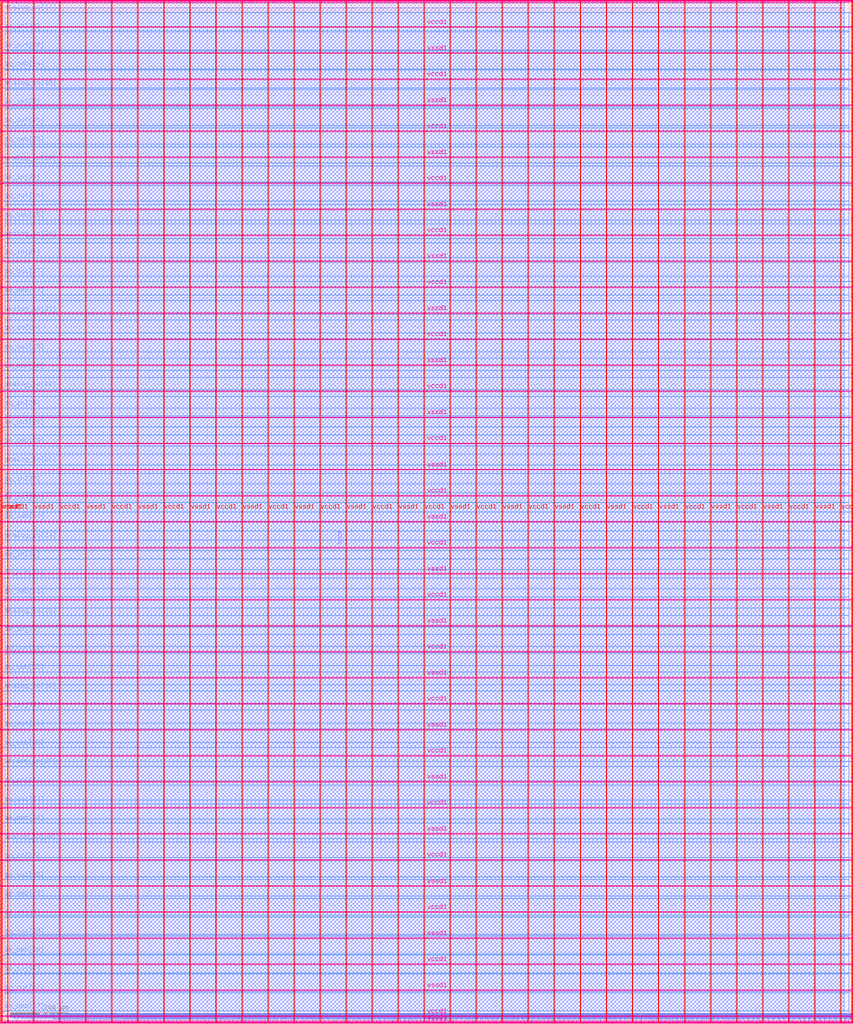
<source format=lef>
VERSION 5.7 ;
  NOWIREEXTENSIONATPIN ON ;
  DIVIDERCHAR "/" ;
  BUSBITCHARS "[]" ;
MACRO user_project_wrapper
  CLASS BLOCK ;
  FOREIGN user_project_wrapper ;
  ORIGIN 0.000 0.000 ;
  SIZE 2920.000 BY 3520.000 ;
  PIN analog_io[0]
    DIRECTION INOUT ;
    USE SIGNAL ;
    PORT
      LAYER met3 ;
        RECT 2917.600 1426.380 2924.800 1427.580 ;
    END
  END analog_io[0]
  PIN analog_io[10]
    DIRECTION INOUT ;
    USE SIGNAL ;
    PORT
      LAYER met2 ;
        RECT 2230.490 3517.600 2231.050 3524.800 ;
    END
  END analog_io[10]
  PIN analog_io[11]
    DIRECTION INOUT ;
    USE SIGNAL ;
    PORT
      LAYER met2 ;
        RECT 1905.730 3517.600 1906.290 3524.800 ;
    END
  END analog_io[11]
  PIN analog_io[12]
    DIRECTION INOUT ;
    USE SIGNAL ;
    PORT
      LAYER met2 ;
        RECT 1581.430 3517.600 1581.990 3524.800 ;
    END
  END analog_io[12]
  PIN analog_io[13]
    DIRECTION INOUT ;
    USE SIGNAL ;
    PORT
      LAYER met2 ;
        RECT 1257.130 3517.600 1257.690 3524.800 ;
    END
  END analog_io[13]
  PIN analog_io[14]
    DIRECTION INOUT ;
    USE SIGNAL ;
    PORT
      LAYER met2 ;
        RECT 932.370 3517.600 932.930 3524.800 ;
    END
  END analog_io[14]
  PIN analog_io[15]
    DIRECTION INOUT ;
    USE SIGNAL ;
    PORT
      LAYER met2 ;
        RECT 608.070 3517.600 608.630 3524.800 ;
    END
  END analog_io[15]
  PIN analog_io[16]
    DIRECTION INOUT ;
    USE SIGNAL ;
    PORT
      LAYER met2 ;
        RECT 283.770 3517.600 284.330 3524.800 ;
    END
  END analog_io[16]
  PIN analog_io[17]
    DIRECTION INOUT ;
    USE SIGNAL ;
    PORT
      LAYER met3 ;
        RECT -4.800 3486.100 2.400 3487.300 ;
    END
  END analog_io[17]
  PIN analog_io[18]
    DIRECTION INOUT ;
    USE SIGNAL ;
    PORT
      LAYER met3 ;
        RECT -4.800 3224.980 2.400 3226.180 ;
    END
  END analog_io[18]
  PIN analog_io[19]
    DIRECTION INOUT ;
    USE SIGNAL ;
    PORT
      LAYER met3 ;
        RECT -4.800 2964.540 2.400 2965.740 ;
    END
  END analog_io[19]
  PIN analog_io[1]
    DIRECTION INOUT ;
    USE SIGNAL ;
    PORT
      LAYER met3 ;
        RECT 2917.600 1692.260 2924.800 1693.460 ;
    END
  END analog_io[1]
  PIN analog_io[20]
    DIRECTION INOUT ;
    USE SIGNAL ;
    PORT
      LAYER met3 ;
        RECT -4.800 2703.420 2.400 2704.620 ;
    END
  END analog_io[20]
  PIN analog_io[21]
    DIRECTION INOUT ;
    USE SIGNAL ;
    PORT
      LAYER met3 ;
        RECT -4.800 2442.980 2.400 2444.180 ;
    END
  END analog_io[21]
  PIN analog_io[22]
    DIRECTION INOUT ;
    USE SIGNAL ;
    PORT
      LAYER met3 ;
        RECT -4.800 2182.540 2.400 2183.740 ;
    END
  END analog_io[22]
  PIN analog_io[23]
    DIRECTION INOUT ;
    USE SIGNAL ;
    PORT
      LAYER met3 ;
        RECT -4.800 1921.420 2.400 1922.620 ;
    END
  END analog_io[23]
  PIN analog_io[24]
    DIRECTION INOUT ;
    USE SIGNAL ;
    PORT
      LAYER met3 ;
        RECT -4.800 1660.980 2.400 1662.180 ;
    END
  END analog_io[24]
  PIN analog_io[25]
    DIRECTION INOUT ;
    USE SIGNAL ;
    PORT
      LAYER met3 ;
        RECT -4.800 1399.860 2.400 1401.060 ;
    END
  END analog_io[25]
  PIN analog_io[26]
    DIRECTION INOUT ;
    USE SIGNAL ;
    PORT
      LAYER met3 ;
        RECT -4.800 1139.420 2.400 1140.620 ;
    END
  END analog_io[26]
  PIN analog_io[27]
    DIRECTION INOUT ;
    USE SIGNAL ;
    PORT
      LAYER met3 ;
        RECT -4.800 878.980 2.400 880.180 ;
    END
  END analog_io[27]
  PIN analog_io[28]
    DIRECTION INOUT ;
    USE SIGNAL ;
    PORT
      LAYER met3 ;
        RECT -4.800 617.860 2.400 619.060 ;
    END
  END analog_io[28]
  PIN analog_io[2]
    DIRECTION INOUT ;
    USE SIGNAL ;
    PORT
      LAYER met3 ;
        RECT 2917.600 1958.140 2924.800 1959.340 ;
    END
  END analog_io[2]
  PIN analog_io[3]
    DIRECTION INOUT ;
    USE SIGNAL ;
    PORT
      LAYER met3 ;
        RECT 2917.600 2223.340 2924.800 2224.540 ;
    END
  END analog_io[3]
  PIN analog_io[4]
    DIRECTION INOUT ;
    USE SIGNAL ;
    PORT
      LAYER met3 ;
        RECT 2917.600 2489.220 2924.800 2490.420 ;
    END
  END analog_io[4]
  PIN analog_io[5]
    DIRECTION INOUT ;
    USE SIGNAL ;
    PORT
      LAYER met3 ;
        RECT 2917.600 2755.100 2924.800 2756.300 ;
    END
  END analog_io[5]
  PIN analog_io[6]
    DIRECTION INOUT ;
    USE SIGNAL ;
    PORT
      LAYER met3 ;
        RECT 2917.600 3020.300 2924.800 3021.500 ;
    END
  END analog_io[6]
  PIN analog_io[7]
    DIRECTION INOUT ;
    USE SIGNAL ;
    PORT
      LAYER met3 ;
        RECT 2917.600 3286.180 2924.800 3287.380 ;
    END
  END analog_io[7]
  PIN analog_io[8]
    DIRECTION INOUT ;
    USE SIGNAL ;
    PORT
      LAYER met2 ;
        RECT 2879.090 3517.600 2879.650 3524.800 ;
    END
  END analog_io[8]
  PIN analog_io[9]
    DIRECTION INOUT ;
    USE SIGNAL ;
    PORT
      LAYER met2 ;
        RECT 2554.790 3517.600 2555.350 3524.800 ;
    END
  END analog_io[9]
  PIN io_in[0]
    DIRECTION INPUT ;
    USE SIGNAL ;
    PORT
      LAYER met3 ;
        RECT 2917.600 32.380 2924.800 33.580 ;
    END
  END io_in[0]
  PIN io_in[10]
    DIRECTION INPUT ;
    USE SIGNAL ;
    PORT
      LAYER met3 ;
        RECT 2917.600 2289.980 2924.800 2291.180 ;
    END
  END io_in[10]
  PIN io_in[11]
    DIRECTION INPUT ;
    USE SIGNAL ;
    PORT
      LAYER met3 ;
        RECT 2917.600 2555.860 2924.800 2557.060 ;
    END
  END io_in[11]
  PIN io_in[12]
    DIRECTION INPUT ;
    USE SIGNAL ;
    PORT
      LAYER met3 ;
        RECT 2917.600 2821.060 2924.800 2822.260 ;
    END
  END io_in[12]
  PIN io_in[13]
    DIRECTION INPUT ;
    USE SIGNAL ;
    PORT
      LAYER met3 ;
        RECT 2917.600 3086.940 2924.800 3088.140 ;
    END
  END io_in[13]
  PIN io_in[14]
    DIRECTION INPUT ;
    USE SIGNAL ;
    PORT
      LAYER met3 ;
        RECT 2917.600 3352.820 2924.800 3354.020 ;
    END
  END io_in[14]
  PIN io_in[15]
    DIRECTION INPUT ;
    USE SIGNAL ;
    PORT
      LAYER met2 ;
        RECT 2798.130 3517.600 2798.690 3524.800 ;
    END
  END io_in[15]
  PIN io_in[16]
    DIRECTION INPUT ;
    USE SIGNAL ;
    PORT
      LAYER met2 ;
        RECT 2473.830 3517.600 2474.390 3524.800 ;
    END
  END io_in[16]
  PIN io_in[17]
    DIRECTION INPUT ;
    USE SIGNAL ;
    PORT
      LAYER met2 ;
        RECT 2149.070 3517.600 2149.630 3524.800 ;
    END
  END io_in[17]
  PIN io_in[18]
    DIRECTION INPUT ;
    USE SIGNAL ;
    PORT
      LAYER met2 ;
        RECT 1824.770 3517.600 1825.330 3524.800 ;
    END
  END io_in[18]
  PIN io_in[19]
    DIRECTION INPUT ;
    USE SIGNAL ;
    PORT
      LAYER met2 ;
        RECT 1500.470 3517.600 1501.030 3524.800 ;
    END
  END io_in[19]
  PIN io_in[1]
    DIRECTION INPUT ;
    USE SIGNAL ;
    PORT
      LAYER met3 ;
        RECT 2917.600 230.940 2924.800 232.140 ;
    END
  END io_in[1]
  PIN io_in[20]
    DIRECTION INPUT ;
    USE SIGNAL ;
    PORT
      LAYER met2 ;
        RECT 1175.710 3517.600 1176.270 3524.800 ;
    END
  END io_in[20]
  PIN io_in[21]
    DIRECTION INPUT ;
    USE SIGNAL ;
    PORT
      LAYER met2 ;
        RECT 851.410 3517.600 851.970 3524.800 ;
    END
  END io_in[21]
  PIN io_in[22]
    DIRECTION INPUT ;
    USE SIGNAL ;
    PORT
      LAYER met2 ;
        RECT 527.110 3517.600 527.670 3524.800 ;
    END
  END io_in[22]
  PIN io_in[23]
    DIRECTION INPUT ;
    USE SIGNAL ;
    PORT
      LAYER met2 ;
        RECT 202.350 3517.600 202.910 3524.800 ;
    END
  END io_in[23]
  PIN io_in[24]
    DIRECTION INPUT ;
    USE SIGNAL ;
    PORT
      LAYER met3 ;
        RECT -4.800 3420.820 2.400 3422.020 ;
    END
  END io_in[24]
  PIN io_in[25]
    DIRECTION INPUT ;
    USE SIGNAL ;
    PORT
      LAYER met3 ;
        RECT -4.800 3159.700 2.400 3160.900 ;
    END
  END io_in[25]
  PIN io_in[26]
    DIRECTION INPUT ;
    USE SIGNAL ;
    PORT
      LAYER met3 ;
        RECT -4.800 2899.260 2.400 2900.460 ;
    END
  END io_in[26]
  PIN io_in[27]
    DIRECTION INPUT ;
    USE SIGNAL ;
    PORT
      LAYER met3 ;
        RECT -4.800 2638.820 2.400 2640.020 ;
    END
  END io_in[27]
  PIN io_in[28]
    DIRECTION INPUT ;
    USE SIGNAL ;
    PORT
      LAYER met3 ;
        RECT -4.800 2377.700 2.400 2378.900 ;
    END
  END io_in[28]
  PIN io_in[29]
    DIRECTION INPUT ;
    USE SIGNAL ;
    PORT
      LAYER met3 ;
        RECT -4.800 2117.260 2.400 2118.460 ;
    END
  END io_in[29]
  PIN io_in[2]
    DIRECTION INPUT ;
    USE SIGNAL ;
    PORT
      LAYER met3 ;
        RECT 2917.600 430.180 2924.800 431.380 ;
    END
  END io_in[2]
  PIN io_in[30]
    DIRECTION INPUT ;
    USE SIGNAL ;
    PORT
      LAYER met3 ;
        RECT -4.800 1856.140 2.400 1857.340 ;
    END
  END io_in[30]
  PIN io_in[31]
    DIRECTION INPUT ;
    USE SIGNAL ;
    PORT
      LAYER met3 ;
        RECT -4.800 1595.700 2.400 1596.900 ;
    END
  END io_in[31]
  PIN io_in[32]
    DIRECTION INPUT ;
    USE SIGNAL ;
    PORT
      LAYER met3 ;
        RECT -4.800 1335.260 2.400 1336.460 ;
    END
  END io_in[32]
  PIN io_in[33]
    DIRECTION INPUT ;
    USE SIGNAL ;
    PORT
      LAYER met3 ;
        RECT -4.800 1074.140 2.400 1075.340 ;
    END
  END io_in[33]
  PIN io_in[34]
    DIRECTION INPUT ;
    USE SIGNAL ;
    PORT
      LAYER met3 ;
        RECT -4.800 813.700 2.400 814.900 ;
    END
  END io_in[34]
  PIN io_in[35]
    DIRECTION INPUT ;
    USE SIGNAL ;
    PORT
      LAYER met3 ;
        RECT -4.800 552.580 2.400 553.780 ;
    END
  END io_in[35]
  PIN io_in[36]
    DIRECTION INPUT ;
    USE SIGNAL ;
    PORT
      LAYER met3 ;
        RECT -4.800 357.420 2.400 358.620 ;
    END
  END io_in[36]
  PIN io_in[37]
    DIRECTION INPUT ;
    USE SIGNAL ;
    PORT
      LAYER met3 ;
        RECT -4.800 161.580 2.400 162.780 ;
    END
  END io_in[37]
  PIN io_in[3]
    DIRECTION INPUT ;
    USE SIGNAL ;
    PORT
      LAYER met3 ;
        RECT 2917.600 629.420 2924.800 630.620 ;
    END
  END io_in[3]
  PIN io_in[4]
    DIRECTION INPUT ;
    USE SIGNAL ;
    PORT
      LAYER met3 ;
        RECT 2917.600 828.660 2924.800 829.860 ;
    END
  END io_in[4]
  PIN io_in[5]
    DIRECTION INPUT ;
    USE SIGNAL ;
    PORT
      LAYER met3 ;
        RECT 2917.600 1027.900 2924.800 1029.100 ;
    END
  END io_in[5]
  PIN io_in[6]
    DIRECTION INPUT ;
    USE SIGNAL ;
    PORT
      LAYER met3 ;
        RECT 2917.600 1227.140 2924.800 1228.340 ;
    END
  END io_in[6]
  PIN io_in[7]
    DIRECTION INPUT ;
    USE SIGNAL ;
    PORT
      LAYER met3 ;
        RECT 2917.600 1493.020 2924.800 1494.220 ;
    END
  END io_in[7]
  PIN io_in[8]
    DIRECTION INPUT ;
    USE SIGNAL ;
    PORT
      LAYER met3 ;
        RECT 2917.600 1758.900 2924.800 1760.100 ;
    END
  END io_in[8]
  PIN io_in[9]
    DIRECTION INPUT ;
    USE SIGNAL ;
    PORT
      LAYER met3 ;
        RECT 2917.600 2024.100 2924.800 2025.300 ;
    END
  END io_in[9]
  PIN io_oeb[0]
    DIRECTION OUTPUT TRISTATE ;
    USE SIGNAL ;
    PORT
      LAYER met3 ;
        RECT 2917.600 164.980 2924.800 166.180 ;
    END
  END io_oeb[0]
  PIN io_oeb[10]
    DIRECTION OUTPUT TRISTATE ;
    USE SIGNAL ;
    PORT
      LAYER met3 ;
        RECT 2917.600 2422.580 2924.800 2423.780 ;
    END
  END io_oeb[10]
  PIN io_oeb[11]
    DIRECTION OUTPUT TRISTATE ;
    USE SIGNAL ;
    PORT
      LAYER met3 ;
        RECT 2917.600 2688.460 2924.800 2689.660 ;
    END
  END io_oeb[11]
  PIN io_oeb[12]
    DIRECTION OUTPUT TRISTATE ;
    USE SIGNAL ;
    PORT
      LAYER met3 ;
        RECT 2917.600 2954.340 2924.800 2955.540 ;
    END
  END io_oeb[12]
  PIN io_oeb[13]
    DIRECTION OUTPUT TRISTATE ;
    USE SIGNAL ;
    PORT
      LAYER met3 ;
        RECT 2917.600 3219.540 2924.800 3220.740 ;
    END
  END io_oeb[13]
  PIN io_oeb[14]
    DIRECTION OUTPUT TRISTATE ;
    USE SIGNAL ;
    PORT
      LAYER met3 ;
        RECT 2917.600 3485.420 2924.800 3486.620 ;
    END
  END io_oeb[14]
  PIN io_oeb[15]
    DIRECTION OUTPUT TRISTATE ;
    USE SIGNAL ;
    PORT
      LAYER met2 ;
        RECT 2635.750 3517.600 2636.310 3524.800 ;
    END
  END io_oeb[15]
  PIN io_oeb[16]
    DIRECTION OUTPUT TRISTATE ;
    USE SIGNAL ;
    PORT
      LAYER met2 ;
        RECT 2311.450 3517.600 2312.010 3524.800 ;
    END
  END io_oeb[16]
  PIN io_oeb[17]
    DIRECTION OUTPUT TRISTATE ;
    USE SIGNAL ;
    PORT
      LAYER met2 ;
        RECT 1987.150 3517.600 1987.710 3524.800 ;
    END
  END io_oeb[17]
  PIN io_oeb[18]
    DIRECTION OUTPUT TRISTATE ;
    USE SIGNAL ;
    PORT
      LAYER met2 ;
        RECT 1662.390 3517.600 1662.950 3524.800 ;
    END
  END io_oeb[18]
  PIN io_oeb[19]
    DIRECTION OUTPUT TRISTATE ;
    USE SIGNAL ;
    PORT
      LAYER met2 ;
        RECT 1338.090 3517.600 1338.650 3524.800 ;
    END
  END io_oeb[19]
  PIN io_oeb[1]
    DIRECTION OUTPUT TRISTATE ;
    USE SIGNAL ;
    PORT
      LAYER met3 ;
        RECT 2917.600 364.220 2924.800 365.420 ;
    END
  END io_oeb[1]
  PIN io_oeb[20]
    DIRECTION OUTPUT TRISTATE ;
    USE SIGNAL ;
    PORT
      LAYER met2 ;
        RECT 1013.790 3517.600 1014.350 3524.800 ;
    END
  END io_oeb[20]
  PIN io_oeb[21]
    DIRECTION OUTPUT TRISTATE ;
    USE SIGNAL ;
    PORT
      LAYER met2 ;
        RECT 689.030 3517.600 689.590 3524.800 ;
    END
  END io_oeb[21]
  PIN io_oeb[22]
    DIRECTION OUTPUT TRISTATE ;
    USE SIGNAL ;
    PORT
      LAYER met2 ;
        RECT 364.730 3517.600 365.290 3524.800 ;
    END
  END io_oeb[22]
  PIN io_oeb[23]
    DIRECTION OUTPUT TRISTATE ;
    USE SIGNAL ;
    PORT
      LAYER met2 ;
        RECT 40.430 3517.600 40.990 3524.800 ;
    END
  END io_oeb[23]
  PIN io_oeb[24]
    DIRECTION OUTPUT TRISTATE ;
    USE SIGNAL ;
    PORT
      LAYER met3 ;
        RECT -4.800 3290.260 2.400 3291.460 ;
    END
  END io_oeb[24]
  PIN io_oeb[25]
    DIRECTION OUTPUT TRISTATE ;
    USE SIGNAL ;
    PORT
      LAYER met3 ;
        RECT -4.800 3029.820 2.400 3031.020 ;
    END
  END io_oeb[25]
  PIN io_oeb[26]
    DIRECTION OUTPUT TRISTATE ;
    USE SIGNAL ;
    PORT
      LAYER met3 ;
        RECT -4.800 2768.700 2.400 2769.900 ;
    END
  END io_oeb[26]
  PIN io_oeb[27]
    DIRECTION OUTPUT TRISTATE ;
    USE SIGNAL ;
    PORT
      LAYER met3 ;
        RECT -4.800 2508.260 2.400 2509.460 ;
    END
  END io_oeb[27]
  PIN io_oeb[28]
    DIRECTION OUTPUT TRISTATE ;
    USE SIGNAL ;
    PORT
      LAYER met3 ;
        RECT -4.800 2247.140 2.400 2248.340 ;
    END
  END io_oeb[28]
  PIN io_oeb[29]
    DIRECTION OUTPUT TRISTATE ;
    USE SIGNAL ;
    PORT
      LAYER met3 ;
        RECT -4.800 1986.700 2.400 1987.900 ;
    END
  END io_oeb[29]
  PIN io_oeb[2]
    DIRECTION OUTPUT TRISTATE ;
    USE SIGNAL ;
    PORT
      LAYER met3 ;
        RECT 2917.600 563.460 2924.800 564.660 ;
    END
  END io_oeb[2]
  PIN io_oeb[30]
    DIRECTION OUTPUT TRISTATE ;
    USE SIGNAL ;
    PORT
      LAYER met3 ;
        RECT -4.800 1726.260 2.400 1727.460 ;
    END
  END io_oeb[30]
  PIN io_oeb[31]
    DIRECTION OUTPUT TRISTATE ;
    USE SIGNAL ;
    PORT
      LAYER met3 ;
        RECT -4.800 1465.140 2.400 1466.340 ;
    END
  END io_oeb[31]
  PIN io_oeb[32]
    DIRECTION OUTPUT TRISTATE ;
    USE SIGNAL ;
    PORT
      LAYER met3 ;
        RECT -4.800 1204.700 2.400 1205.900 ;
    END
  END io_oeb[32]
  PIN io_oeb[33]
    DIRECTION OUTPUT TRISTATE ;
    USE SIGNAL ;
    PORT
      LAYER met3 ;
        RECT -4.800 943.580 2.400 944.780 ;
    END
  END io_oeb[33]
  PIN io_oeb[34]
    DIRECTION OUTPUT TRISTATE ;
    USE SIGNAL ;
    PORT
      LAYER met3 ;
        RECT -4.800 683.140 2.400 684.340 ;
    END
  END io_oeb[34]
  PIN io_oeb[35]
    DIRECTION OUTPUT TRISTATE ;
    USE SIGNAL ;
    PORT
      LAYER met3 ;
        RECT -4.800 422.700 2.400 423.900 ;
    END
  END io_oeb[35]
  PIN io_oeb[36]
    DIRECTION OUTPUT TRISTATE ;
    USE SIGNAL ;
    PORT
      LAYER met3 ;
        RECT -4.800 226.860 2.400 228.060 ;
    END
  END io_oeb[36]
  PIN io_oeb[37]
    DIRECTION OUTPUT TRISTATE ;
    USE SIGNAL ;
    PORT
      LAYER met3 ;
        RECT -4.800 31.700 2.400 32.900 ;
    END
  END io_oeb[37]
  PIN io_oeb[3]
    DIRECTION OUTPUT TRISTATE ;
    USE SIGNAL ;
    PORT
      LAYER met3 ;
        RECT 2917.600 762.700 2924.800 763.900 ;
    END
  END io_oeb[3]
  PIN io_oeb[4]
    DIRECTION OUTPUT TRISTATE ;
    USE SIGNAL ;
    PORT
      LAYER met3 ;
        RECT 2917.600 961.940 2924.800 963.140 ;
    END
  END io_oeb[4]
  PIN io_oeb[5]
    DIRECTION OUTPUT TRISTATE ;
    USE SIGNAL ;
    PORT
      LAYER met3 ;
        RECT 2917.600 1161.180 2924.800 1162.380 ;
    END
  END io_oeb[5]
  PIN io_oeb[6]
    DIRECTION OUTPUT TRISTATE ;
    USE SIGNAL ;
    PORT
      LAYER met3 ;
        RECT 2917.600 1360.420 2924.800 1361.620 ;
    END
  END io_oeb[6]
  PIN io_oeb[7]
    DIRECTION OUTPUT TRISTATE ;
    USE SIGNAL ;
    PORT
      LAYER met3 ;
        RECT 2917.600 1625.620 2924.800 1626.820 ;
    END
  END io_oeb[7]
  PIN io_oeb[8]
    DIRECTION OUTPUT TRISTATE ;
    USE SIGNAL ;
    PORT
      LAYER met3 ;
        RECT 2917.600 1891.500 2924.800 1892.700 ;
    END
  END io_oeb[8]
  PIN io_oeb[9]
    DIRECTION OUTPUT TRISTATE ;
    USE SIGNAL ;
    PORT
      LAYER met3 ;
        RECT 2917.600 2157.380 2924.800 2158.580 ;
    END
  END io_oeb[9]
  PIN io_out[0]
    DIRECTION OUTPUT TRISTATE ;
    USE SIGNAL ;
    PORT
      LAYER met3 ;
        RECT 2917.600 98.340 2924.800 99.540 ;
    END
  END io_out[0]
  PIN io_out[10]
    DIRECTION OUTPUT TRISTATE ;
    USE SIGNAL ;
    PORT
      LAYER met3 ;
        RECT 2917.600 2356.620 2924.800 2357.820 ;
    END
  END io_out[10]
  PIN io_out[11]
    DIRECTION OUTPUT TRISTATE ;
    USE SIGNAL ;
    PORT
      LAYER met3 ;
        RECT 2917.600 2621.820 2924.800 2623.020 ;
    END
  END io_out[11]
  PIN io_out[12]
    DIRECTION OUTPUT TRISTATE ;
    USE SIGNAL ;
    PORT
      LAYER met3 ;
        RECT 2917.600 2887.700 2924.800 2888.900 ;
    END
  END io_out[12]
  PIN io_out[13]
    DIRECTION OUTPUT TRISTATE ;
    USE SIGNAL ;
    PORT
      LAYER met3 ;
        RECT 2917.600 3153.580 2924.800 3154.780 ;
    END
  END io_out[13]
  PIN io_out[14]
    DIRECTION OUTPUT TRISTATE ;
    USE SIGNAL ;
    PORT
      LAYER met3 ;
        RECT 2917.600 3418.780 2924.800 3419.980 ;
    END
  END io_out[14]
  PIN io_out[15]
    DIRECTION OUTPUT TRISTATE ;
    USE SIGNAL ;
    PORT
      LAYER met2 ;
        RECT 2717.170 3517.600 2717.730 3524.800 ;
    END
  END io_out[15]
  PIN io_out[16]
    DIRECTION OUTPUT TRISTATE ;
    USE SIGNAL ;
    PORT
      LAYER met2 ;
        RECT 2392.410 3517.600 2392.970 3524.800 ;
    END
  END io_out[16]
  PIN io_out[17]
    DIRECTION OUTPUT TRISTATE ;
    USE SIGNAL ;
    PORT
      LAYER met2 ;
        RECT 2068.110 3517.600 2068.670 3524.800 ;
    END
  END io_out[17]
  PIN io_out[18]
    DIRECTION OUTPUT TRISTATE ;
    USE SIGNAL ;
    PORT
      LAYER met2 ;
        RECT 1743.810 3517.600 1744.370 3524.800 ;
    END
  END io_out[18]
  PIN io_out[19]
    DIRECTION OUTPUT TRISTATE ;
    USE SIGNAL ;
    PORT
      LAYER met2 ;
        RECT 1419.050 3517.600 1419.610 3524.800 ;
    END
  END io_out[19]
  PIN io_out[1]
    DIRECTION OUTPUT TRISTATE ;
    USE SIGNAL ;
    PORT
      LAYER met3 ;
        RECT 2917.600 297.580 2924.800 298.780 ;
    END
  END io_out[1]
  PIN io_out[20]
    DIRECTION OUTPUT TRISTATE ;
    USE SIGNAL ;
    PORT
      LAYER met2 ;
        RECT 1094.750 3517.600 1095.310 3524.800 ;
    END
  END io_out[20]
  PIN io_out[21]
    DIRECTION OUTPUT TRISTATE ;
    USE SIGNAL ;
    PORT
      LAYER met2 ;
        RECT 770.450 3517.600 771.010 3524.800 ;
    END
  END io_out[21]
  PIN io_out[22]
    DIRECTION OUTPUT TRISTATE ;
    USE SIGNAL ;
    PORT
      LAYER met2 ;
        RECT 445.690 3517.600 446.250 3524.800 ;
    END
  END io_out[22]
  PIN io_out[23]
    DIRECTION OUTPUT TRISTATE ;
    USE SIGNAL ;
    PORT
      LAYER met2 ;
        RECT 121.390 3517.600 121.950 3524.800 ;
    END
  END io_out[23]
  PIN io_out[24]
    DIRECTION OUTPUT TRISTATE ;
    USE SIGNAL ;
    PORT
      LAYER met3 ;
        RECT -4.800 3355.540 2.400 3356.740 ;
    END
  END io_out[24]
  PIN io_out[25]
    DIRECTION OUTPUT TRISTATE ;
    USE SIGNAL ;
    PORT
      LAYER met3 ;
        RECT -4.800 3095.100 2.400 3096.300 ;
    END
  END io_out[25]
  PIN io_out[26]
    DIRECTION OUTPUT TRISTATE ;
    USE SIGNAL ;
    PORT
      LAYER met3 ;
        RECT -4.800 2833.980 2.400 2835.180 ;
    END
  END io_out[26]
  PIN io_out[27]
    DIRECTION OUTPUT TRISTATE ;
    USE SIGNAL ;
    PORT
      LAYER met3 ;
        RECT -4.800 2573.540 2.400 2574.740 ;
    END
  END io_out[27]
  PIN io_out[28]
    DIRECTION OUTPUT TRISTATE ;
    USE SIGNAL ;
    PORT
      LAYER met3 ;
        RECT -4.800 2312.420 2.400 2313.620 ;
    END
  END io_out[28]
  PIN io_out[29]
    DIRECTION OUTPUT TRISTATE ;
    USE SIGNAL ;
    PORT
      LAYER met3 ;
        RECT -4.800 2051.980 2.400 2053.180 ;
    END
  END io_out[29]
  PIN io_out[2]
    DIRECTION OUTPUT TRISTATE ;
    USE SIGNAL ;
    PORT
      LAYER met3 ;
        RECT 2917.600 496.820 2924.800 498.020 ;
    END
  END io_out[2]
  PIN io_out[30]
    DIRECTION OUTPUT TRISTATE ;
    USE SIGNAL ;
    PORT
      LAYER met3 ;
        RECT -4.800 1791.540 2.400 1792.740 ;
    END
  END io_out[30]
  PIN io_out[31]
    DIRECTION OUTPUT TRISTATE ;
    USE SIGNAL ;
    PORT
      LAYER met3 ;
        RECT -4.800 1530.420 2.400 1531.620 ;
    END
  END io_out[31]
  PIN io_out[32]
    DIRECTION OUTPUT TRISTATE ;
    USE SIGNAL ;
    PORT
      LAYER met3 ;
        RECT -4.800 1269.980 2.400 1271.180 ;
    END
  END io_out[32]
  PIN io_out[33]
    DIRECTION OUTPUT TRISTATE ;
    USE SIGNAL ;
    PORT
      LAYER met3 ;
        RECT -4.800 1008.860 2.400 1010.060 ;
    END
  END io_out[33]
  PIN io_out[34]
    DIRECTION OUTPUT TRISTATE ;
    USE SIGNAL ;
    PORT
      LAYER met3 ;
        RECT -4.800 748.420 2.400 749.620 ;
    END
  END io_out[34]
  PIN io_out[35]
    DIRECTION OUTPUT TRISTATE ;
    USE SIGNAL ;
    PORT
      LAYER met3 ;
        RECT -4.800 487.300 2.400 488.500 ;
    END
  END io_out[35]
  PIN io_out[36]
    DIRECTION OUTPUT TRISTATE ;
    USE SIGNAL ;
    PORT
      LAYER met3 ;
        RECT -4.800 292.140 2.400 293.340 ;
    END
  END io_out[36]
  PIN io_out[37]
    DIRECTION OUTPUT TRISTATE ;
    USE SIGNAL ;
    PORT
      LAYER met3 ;
        RECT -4.800 96.300 2.400 97.500 ;
    END
  END io_out[37]
  PIN io_out[3]
    DIRECTION OUTPUT TRISTATE ;
    USE SIGNAL ;
    PORT
      LAYER met3 ;
        RECT 2917.600 696.060 2924.800 697.260 ;
    END
  END io_out[3]
  PIN io_out[4]
    DIRECTION OUTPUT TRISTATE ;
    USE SIGNAL ;
    PORT
      LAYER met3 ;
        RECT 2917.600 895.300 2924.800 896.500 ;
    END
  END io_out[4]
  PIN io_out[5]
    DIRECTION OUTPUT TRISTATE ;
    USE SIGNAL ;
    PORT
      LAYER met3 ;
        RECT 2917.600 1094.540 2924.800 1095.740 ;
    END
  END io_out[5]
  PIN io_out[6]
    DIRECTION OUTPUT TRISTATE ;
    USE SIGNAL ;
    PORT
      LAYER met3 ;
        RECT 2917.600 1293.780 2924.800 1294.980 ;
    END
  END io_out[6]
  PIN io_out[7]
    DIRECTION OUTPUT TRISTATE ;
    USE SIGNAL ;
    PORT
      LAYER met3 ;
        RECT 2917.600 1559.660 2924.800 1560.860 ;
    END
  END io_out[7]
  PIN io_out[8]
    DIRECTION OUTPUT TRISTATE ;
    USE SIGNAL ;
    PORT
      LAYER met3 ;
        RECT 2917.600 1824.860 2924.800 1826.060 ;
    END
  END io_out[8]
  PIN io_out[9]
    DIRECTION OUTPUT TRISTATE ;
    USE SIGNAL ;
    PORT
      LAYER met3 ;
        RECT 2917.600 2090.740 2924.800 2091.940 ;
    END
  END io_out[9]
  PIN la_data_in[0]
    DIRECTION INPUT ;
    USE SIGNAL ;
    PORT
      LAYER met2 ;
        RECT 629.230 -4.800 629.790 2.400 ;
    END
  END la_data_in[0]
  PIN la_data_in[100]
    DIRECTION INPUT ;
    USE SIGNAL ;
    PORT
      LAYER met2 ;
        RECT 2402.530 -4.800 2403.090 2.400 ;
    END
  END la_data_in[100]
  PIN la_data_in[101]
    DIRECTION INPUT ;
    USE SIGNAL ;
    PORT
      LAYER met2 ;
        RECT 2420.010 -4.800 2420.570 2.400 ;
    END
  END la_data_in[101]
  PIN la_data_in[102]
    DIRECTION INPUT ;
    USE SIGNAL ;
    PORT
      LAYER met2 ;
        RECT 2437.950 -4.800 2438.510 2.400 ;
    END
  END la_data_in[102]
  PIN la_data_in[103]
    DIRECTION INPUT ;
    USE SIGNAL ;
    PORT
      LAYER met2 ;
        RECT 2455.430 -4.800 2455.990 2.400 ;
    END
  END la_data_in[103]
  PIN la_data_in[104]
    DIRECTION INPUT ;
    USE SIGNAL ;
    PORT
      LAYER met2 ;
        RECT 2473.370 -4.800 2473.930 2.400 ;
    END
  END la_data_in[104]
  PIN la_data_in[105]
    DIRECTION INPUT ;
    USE SIGNAL ;
    PORT
      LAYER met2 ;
        RECT 2490.850 -4.800 2491.410 2.400 ;
    END
  END la_data_in[105]
  PIN la_data_in[106]
    DIRECTION INPUT ;
    USE SIGNAL ;
    PORT
      LAYER met2 ;
        RECT 2508.790 -4.800 2509.350 2.400 ;
    END
  END la_data_in[106]
  PIN la_data_in[107]
    DIRECTION INPUT ;
    USE SIGNAL ;
    PORT
      LAYER met2 ;
        RECT 2526.730 -4.800 2527.290 2.400 ;
    END
  END la_data_in[107]
  PIN la_data_in[108]
    DIRECTION INPUT ;
    USE SIGNAL ;
    PORT
      LAYER met2 ;
        RECT 2544.210 -4.800 2544.770 2.400 ;
    END
  END la_data_in[108]
  PIN la_data_in[109]
    DIRECTION INPUT ;
    USE SIGNAL ;
    PORT
      LAYER met2 ;
        RECT 2562.150 -4.800 2562.710 2.400 ;
    END
  END la_data_in[109]
  PIN la_data_in[10]
    DIRECTION INPUT ;
    USE SIGNAL ;
    PORT
      LAYER met2 ;
        RECT 806.330 -4.800 806.890 2.400 ;
    END
  END la_data_in[10]
  PIN la_data_in[110]
    DIRECTION INPUT ;
    USE SIGNAL ;
    PORT
      LAYER met2 ;
        RECT 2579.630 -4.800 2580.190 2.400 ;
    END
  END la_data_in[110]
  PIN la_data_in[111]
    DIRECTION INPUT ;
    USE SIGNAL ;
    PORT
      LAYER met2 ;
        RECT 2597.570 -4.800 2598.130 2.400 ;
    END
  END la_data_in[111]
  PIN la_data_in[112]
    DIRECTION INPUT ;
    USE SIGNAL ;
    PORT
      LAYER met2 ;
        RECT 2615.050 -4.800 2615.610 2.400 ;
    END
  END la_data_in[112]
  PIN la_data_in[113]
    DIRECTION INPUT ;
    USE SIGNAL ;
    PORT
      LAYER met2 ;
        RECT 2632.990 -4.800 2633.550 2.400 ;
    END
  END la_data_in[113]
  PIN la_data_in[114]
    DIRECTION INPUT ;
    USE SIGNAL ;
    PORT
      LAYER met2 ;
        RECT 2650.470 -4.800 2651.030 2.400 ;
    END
  END la_data_in[114]
  PIN la_data_in[115]
    DIRECTION INPUT ;
    USE SIGNAL ;
    PORT
      LAYER met2 ;
        RECT 2668.410 -4.800 2668.970 2.400 ;
    END
  END la_data_in[115]
  PIN la_data_in[116]
    DIRECTION INPUT ;
    USE SIGNAL ;
    PORT
      LAYER met2 ;
        RECT 2685.890 -4.800 2686.450 2.400 ;
    END
  END la_data_in[116]
  PIN la_data_in[117]
    DIRECTION INPUT ;
    USE SIGNAL ;
    PORT
      LAYER met2 ;
        RECT 2703.830 -4.800 2704.390 2.400 ;
    END
  END la_data_in[117]
  PIN la_data_in[118]
    DIRECTION INPUT ;
    USE SIGNAL ;
    PORT
      LAYER met2 ;
        RECT 2721.770 -4.800 2722.330 2.400 ;
    END
  END la_data_in[118]
  PIN la_data_in[119]
    DIRECTION INPUT ;
    USE SIGNAL ;
    PORT
      LAYER met2 ;
        RECT 2739.250 -4.800 2739.810 2.400 ;
    END
  END la_data_in[119]
  PIN la_data_in[11]
    DIRECTION INPUT ;
    USE SIGNAL ;
    PORT
      LAYER met2 ;
        RECT 824.270 -4.800 824.830 2.400 ;
    END
  END la_data_in[11]
  PIN la_data_in[120]
    DIRECTION INPUT ;
    USE SIGNAL ;
    PORT
      LAYER met2 ;
        RECT 2757.190 -4.800 2757.750 2.400 ;
    END
  END la_data_in[120]
  PIN la_data_in[121]
    DIRECTION INPUT ;
    USE SIGNAL ;
    PORT
      LAYER met2 ;
        RECT 2774.670 -4.800 2775.230 2.400 ;
    END
  END la_data_in[121]
  PIN la_data_in[122]
    DIRECTION INPUT ;
    USE SIGNAL ;
    PORT
      LAYER met2 ;
        RECT 2792.610 -4.800 2793.170 2.400 ;
    END
  END la_data_in[122]
  PIN la_data_in[123]
    DIRECTION INPUT ;
    USE SIGNAL ;
    PORT
      LAYER met2 ;
        RECT 2810.090 -4.800 2810.650 2.400 ;
    END
  END la_data_in[123]
  PIN la_data_in[124]
    DIRECTION INPUT ;
    USE SIGNAL ;
    PORT
      LAYER met2 ;
        RECT 2828.030 -4.800 2828.590 2.400 ;
    END
  END la_data_in[124]
  PIN la_data_in[125]
    DIRECTION INPUT ;
    USE SIGNAL ;
    PORT
      LAYER met2 ;
        RECT 2845.510 -4.800 2846.070 2.400 ;
    END
  END la_data_in[125]
  PIN la_data_in[126]
    DIRECTION INPUT ;
    USE SIGNAL ;
    PORT
      LAYER met2 ;
        RECT 2863.450 -4.800 2864.010 2.400 ;
    END
  END la_data_in[126]
  PIN la_data_in[127]
    DIRECTION INPUT ;
    USE SIGNAL ;
    PORT
      LAYER met2 ;
        RECT 2881.390 -4.800 2881.950 2.400 ;
    END
  END la_data_in[127]
  PIN la_data_in[12]
    DIRECTION INPUT ;
    USE SIGNAL ;
    PORT
      LAYER met2 ;
        RECT 841.750 -4.800 842.310 2.400 ;
    END
  END la_data_in[12]
  PIN la_data_in[13]
    DIRECTION INPUT ;
    USE SIGNAL ;
    PORT
      LAYER met2 ;
        RECT 859.690 -4.800 860.250 2.400 ;
    END
  END la_data_in[13]
  PIN la_data_in[14]
    DIRECTION INPUT ;
    USE SIGNAL ;
    PORT
      LAYER met2 ;
        RECT 877.170 -4.800 877.730 2.400 ;
    END
  END la_data_in[14]
  PIN la_data_in[15]
    DIRECTION INPUT ;
    USE SIGNAL ;
    PORT
      LAYER met2 ;
        RECT 895.110 -4.800 895.670 2.400 ;
    END
  END la_data_in[15]
  PIN la_data_in[16]
    DIRECTION INPUT ;
    USE SIGNAL ;
    PORT
      LAYER met2 ;
        RECT 912.590 -4.800 913.150 2.400 ;
    END
  END la_data_in[16]
  PIN la_data_in[17]
    DIRECTION INPUT ;
    USE SIGNAL ;
    PORT
      LAYER met2 ;
        RECT 930.530 -4.800 931.090 2.400 ;
    END
  END la_data_in[17]
  PIN la_data_in[18]
    DIRECTION INPUT ;
    USE SIGNAL ;
    PORT
      LAYER met2 ;
        RECT 948.470 -4.800 949.030 2.400 ;
    END
  END la_data_in[18]
  PIN la_data_in[19]
    DIRECTION INPUT ;
    USE SIGNAL ;
    PORT
      LAYER met2 ;
        RECT 965.950 -4.800 966.510 2.400 ;
    END
  END la_data_in[19]
  PIN la_data_in[1]
    DIRECTION INPUT ;
    USE SIGNAL ;
    PORT
      LAYER met2 ;
        RECT 646.710 -4.800 647.270 2.400 ;
    END
  END la_data_in[1]
  PIN la_data_in[20]
    DIRECTION INPUT ;
    USE SIGNAL ;
    PORT
      LAYER met2 ;
        RECT 983.890 -4.800 984.450 2.400 ;
    END
  END la_data_in[20]
  PIN la_data_in[21]
    DIRECTION INPUT ;
    USE SIGNAL ;
    PORT
      LAYER met2 ;
        RECT 1001.370 -4.800 1001.930 2.400 ;
    END
  END la_data_in[21]
  PIN la_data_in[22]
    DIRECTION INPUT ;
    USE SIGNAL ;
    PORT
      LAYER met2 ;
        RECT 1019.310 -4.800 1019.870 2.400 ;
    END
  END la_data_in[22]
  PIN la_data_in[23]
    DIRECTION INPUT ;
    USE SIGNAL ;
    PORT
      LAYER met2 ;
        RECT 1036.790 -4.800 1037.350 2.400 ;
    END
  END la_data_in[23]
  PIN la_data_in[24]
    DIRECTION INPUT ;
    USE SIGNAL ;
    PORT
      LAYER met2 ;
        RECT 1054.730 -4.800 1055.290 2.400 ;
    END
  END la_data_in[24]
  PIN la_data_in[25]
    DIRECTION INPUT ;
    USE SIGNAL ;
    PORT
      LAYER met2 ;
        RECT 1072.210 -4.800 1072.770 2.400 ;
    END
  END la_data_in[25]
  PIN la_data_in[26]
    DIRECTION INPUT ;
    USE SIGNAL ;
    PORT
      LAYER met2 ;
        RECT 1090.150 -4.800 1090.710 2.400 ;
    END
  END la_data_in[26]
  PIN la_data_in[27]
    DIRECTION INPUT ;
    USE SIGNAL ;
    PORT
      LAYER met2 ;
        RECT 1107.630 -4.800 1108.190 2.400 ;
    END
  END la_data_in[27]
  PIN la_data_in[28]
    DIRECTION INPUT ;
    USE SIGNAL ;
    PORT
      LAYER met2 ;
        RECT 1125.570 -4.800 1126.130 2.400 ;
    END
  END la_data_in[28]
  PIN la_data_in[29]
    DIRECTION INPUT ;
    USE SIGNAL ;
    PORT
      LAYER met2 ;
        RECT 1143.510 -4.800 1144.070 2.400 ;
    END
  END la_data_in[29]
  PIN la_data_in[2]
    DIRECTION INPUT ;
    USE SIGNAL ;
    PORT
      LAYER met2 ;
        RECT 664.650 -4.800 665.210 2.400 ;
    END
  END la_data_in[2]
  PIN la_data_in[30]
    DIRECTION INPUT ;
    USE SIGNAL ;
    PORT
      LAYER met2 ;
        RECT 1160.990 -4.800 1161.550 2.400 ;
    END
  END la_data_in[30]
  PIN la_data_in[31]
    DIRECTION INPUT ;
    USE SIGNAL ;
    PORT
      LAYER met2 ;
        RECT 1178.930 -4.800 1179.490 2.400 ;
    END
  END la_data_in[31]
  PIN la_data_in[32]
    DIRECTION INPUT ;
    USE SIGNAL ;
    PORT
      LAYER met2 ;
        RECT 1196.410 -4.800 1196.970 2.400 ;
    END
  END la_data_in[32]
  PIN la_data_in[33]
    DIRECTION INPUT ;
    USE SIGNAL ;
    PORT
      LAYER met2 ;
        RECT 1214.350 -4.800 1214.910 2.400 ;
    END
  END la_data_in[33]
  PIN la_data_in[34]
    DIRECTION INPUT ;
    USE SIGNAL ;
    PORT
      LAYER met2 ;
        RECT 1231.830 -4.800 1232.390 2.400 ;
    END
  END la_data_in[34]
  PIN la_data_in[35]
    DIRECTION INPUT ;
    USE SIGNAL ;
    PORT
      LAYER met2 ;
        RECT 1249.770 -4.800 1250.330 2.400 ;
    END
  END la_data_in[35]
  PIN la_data_in[36]
    DIRECTION INPUT ;
    USE SIGNAL ;
    PORT
      LAYER met2 ;
        RECT 1267.250 -4.800 1267.810 2.400 ;
    END
  END la_data_in[36]
  PIN la_data_in[37]
    DIRECTION INPUT ;
    USE SIGNAL ;
    PORT
      LAYER met2 ;
        RECT 1285.190 -4.800 1285.750 2.400 ;
    END
  END la_data_in[37]
  PIN la_data_in[38]
    DIRECTION INPUT ;
    USE SIGNAL ;
    PORT
      LAYER met2 ;
        RECT 1303.130 -4.800 1303.690 2.400 ;
    END
  END la_data_in[38]
  PIN la_data_in[39]
    DIRECTION INPUT ;
    USE SIGNAL ;
    PORT
      LAYER met2 ;
        RECT 1320.610 -4.800 1321.170 2.400 ;
    END
  END la_data_in[39]
  PIN la_data_in[3]
    DIRECTION INPUT ;
    USE SIGNAL ;
    PORT
      LAYER met2 ;
        RECT 682.130 -4.800 682.690 2.400 ;
    END
  END la_data_in[3]
  PIN la_data_in[40]
    DIRECTION INPUT ;
    USE SIGNAL ;
    PORT
      LAYER met2 ;
        RECT 1338.550 -4.800 1339.110 2.400 ;
    END
  END la_data_in[40]
  PIN la_data_in[41]
    DIRECTION INPUT ;
    USE SIGNAL ;
    PORT
      LAYER met2 ;
        RECT 1356.030 -4.800 1356.590 2.400 ;
    END
  END la_data_in[41]
  PIN la_data_in[42]
    DIRECTION INPUT ;
    USE SIGNAL ;
    PORT
      LAYER met2 ;
        RECT 1373.970 -4.800 1374.530 2.400 ;
    END
  END la_data_in[42]
  PIN la_data_in[43]
    DIRECTION INPUT ;
    USE SIGNAL ;
    PORT
      LAYER met2 ;
        RECT 1391.450 -4.800 1392.010 2.400 ;
    END
  END la_data_in[43]
  PIN la_data_in[44]
    DIRECTION INPUT ;
    USE SIGNAL ;
    PORT
      LAYER met2 ;
        RECT 1409.390 -4.800 1409.950 2.400 ;
    END
  END la_data_in[44]
  PIN la_data_in[45]
    DIRECTION INPUT ;
    USE SIGNAL ;
    PORT
      LAYER met2 ;
        RECT 1426.870 -4.800 1427.430 2.400 ;
    END
  END la_data_in[45]
  PIN la_data_in[46]
    DIRECTION INPUT ;
    USE SIGNAL ;
    PORT
      LAYER met2 ;
        RECT 1444.810 -4.800 1445.370 2.400 ;
    END
  END la_data_in[46]
  PIN la_data_in[47]
    DIRECTION INPUT ;
    USE SIGNAL ;
    PORT
      LAYER met2 ;
        RECT 1462.750 -4.800 1463.310 2.400 ;
    END
  END la_data_in[47]
  PIN la_data_in[48]
    DIRECTION INPUT ;
    USE SIGNAL ;
    PORT
      LAYER met2 ;
        RECT 1480.230 -4.800 1480.790 2.400 ;
    END
  END la_data_in[48]
  PIN la_data_in[49]
    DIRECTION INPUT ;
    USE SIGNAL ;
    PORT
      LAYER met2 ;
        RECT 1498.170 -4.800 1498.730 2.400 ;
    END
  END la_data_in[49]
  PIN la_data_in[4]
    DIRECTION INPUT ;
    USE SIGNAL ;
    PORT
      LAYER met2 ;
        RECT 700.070 -4.800 700.630 2.400 ;
    END
  END la_data_in[4]
  PIN la_data_in[50]
    DIRECTION INPUT ;
    USE SIGNAL ;
    PORT
      LAYER met2 ;
        RECT 1515.650 -4.800 1516.210 2.400 ;
    END
  END la_data_in[50]
  PIN la_data_in[51]
    DIRECTION INPUT ;
    USE SIGNAL ;
    PORT
      LAYER met2 ;
        RECT 1533.590 -4.800 1534.150 2.400 ;
    END
  END la_data_in[51]
  PIN la_data_in[52]
    DIRECTION INPUT ;
    USE SIGNAL ;
    PORT
      LAYER met2 ;
        RECT 1551.070 -4.800 1551.630 2.400 ;
    END
  END la_data_in[52]
  PIN la_data_in[53]
    DIRECTION INPUT ;
    USE SIGNAL ;
    PORT
      LAYER met2 ;
        RECT 1569.010 -4.800 1569.570 2.400 ;
    END
  END la_data_in[53]
  PIN la_data_in[54]
    DIRECTION INPUT ;
    USE SIGNAL ;
    PORT
      LAYER met2 ;
        RECT 1586.490 -4.800 1587.050 2.400 ;
    END
  END la_data_in[54]
  PIN la_data_in[55]
    DIRECTION INPUT ;
    USE SIGNAL ;
    PORT
      LAYER met2 ;
        RECT 1604.430 -4.800 1604.990 2.400 ;
    END
  END la_data_in[55]
  PIN la_data_in[56]
    DIRECTION INPUT ;
    USE SIGNAL ;
    PORT
      LAYER met2 ;
        RECT 1621.910 -4.800 1622.470 2.400 ;
    END
  END la_data_in[56]
  PIN la_data_in[57]
    DIRECTION INPUT ;
    USE SIGNAL ;
    PORT
      LAYER met2 ;
        RECT 1639.850 -4.800 1640.410 2.400 ;
    END
  END la_data_in[57]
  PIN la_data_in[58]
    DIRECTION INPUT ;
    USE SIGNAL ;
    PORT
      LAYER met2 ;
        RECT 1657.790 -4.800 1658.350 2.400 ;
    END
  END la_data_in[58]
  PIN la_data_in[59]
    DIRECTION INPUT ;
    USE SIGNAL ;
    PORT
      LAYER met2 ;
        RECT 1675.270 -4.800 1675.830 2.400 ;
    END
  END la_data_in[59]
  PIN la_data_in[5]
    DIRECTION INPUT ;
    USE SIGNAL ;
    PORT
      LAYER met2 ;
        RECT 717.550 -4.800 718.110 2.400 ;
    END
  END la_data_in[5]
  PIN la_data_in[60]
    DIRECTION INPUT ;
    USE SIGNAL ;
    PORT
      LAYER met2 ;
        RECT 1693.210 -4.800 1693.770 2.400 ;
    END
  END la_data_in[60]
  PIN la_data_in[61]
    DIRECTION INPUT ;
    USE SIGNAL ;
    PORT
      LAYER met2 ;
        RECT 1710.690 -4.800 1711.250 2.400 ;
    END
  END la_data_in[61]
  PIN la_data_in[62]
    DIRECTION INPUT ;
    USE SIGNAL ;
    PORT
      LAYER met2 ;
        RECT 1728.630 -4.800 1729.190 2.400 ;
    END
  END la_data_in[62]
  PIN la_data_in[63]
    DIRECTION INPUT ;
    USE SIGNAL ;
    PORT
      LAYER met2 ;
        RECT 1746.110 -4.800 1746.670 2.400 ;
    END
  END la_data_in[63]
  PIN la_data_in[64]
    DIRECTION INPUT ;
    USE SIGNAL ;
    PORT
      LAYER met2 ;
        RECT 1764.050 -4.800 1764.610 2.400 ;
    END
  END la_data_in[64]
  PIN la_data_in[65]
    DIRECTION INPUT ;
    USE SIGNAL ;
    PORT
      LAYER met2 ;
        RECT 1781.530 -4.800 1782.090 2.400 ;
    END
  END la_data_in[65]
  PIN la_data_in[66]
    DIRECTION INPUT ;
    USE SIGNAL ;
    PORT
      LAYER met2 ;
        RECT 1799.470 -4.800 1800.030 2.400 ;
    END
  END la_data_in[66]
  PIN la_data_in[67]
    DIRECTION INPUT ;
    USE SIGNAL ;
    PORT
      LAYER met2 ;
        RECT 1817.410 -4.800 1817.970 2.400 ;
    END
  END la_data_in[67]
  PIN la_data_in[68]
    DIRECTION INPUT ;
    USE SIGNAL ;
    PORT
      LAYER met2 ;
        RECT 1834.890 -4.800 1835.450 2.400 ;
    END
  END la_data_in[68]
  PIN la_data_in[69]
    DIRECTION INPUT ;
    USE SIGNAL ;
    PORT
      LAYER met2 ;
        RECT 1852.830 -4.800 1853.390 2.400 ;
    END
  END la_data_in[69]
  PIN la_data_in[6]
    DIRECTION INPUT ;
    USE SIGNAL ;
    PORT
      LAYER met2 ;
        RECT 735.490 -4.800 736.050 2.400 ;
    END
  END la_data_in[6]
  PIN la_data_in[70]
    DIRECTION INPUT ;
    USE SIGNAL ;
    PORT
      LAYER met2 ;
        RECT 1870.310 -4.800 1870.870 2.400 ;
    END
  END la_data_in[70]
  PIN la_data_in[71]
    DIRECTION INPUT ;
    USE SIGNAL ;
    PORT
      LAYER met2 ;
        RECT 1888.250 -4.800 1888.810 2.400 ;
    END
  END la_data_in[71]
  PIN la_data_in[72]
    DIRECTION INPUT ;
    USE SIGNAL ;
    PORT
      LAYER met2 ;
        RECT 1905.730 -4.800 1906.290 2.400 ;
    END
  END la_data_in[72]
  PIN la_data_in[73]
    DIRECTION INPUT ;
    USE SIGNAL ;
    PORT
      LAYER met2 ;
        RECT 1923.670 -4.800 1924.230 2.400 ;
    END
  END la_data_in[73]
  PIN la_data_in[74]
    DIRECTION INPUT ;
    USE SIGNAL ;
    PORT
      LAYER met2 ;
        RECT 1941.150 -4.800 1941.710 2.400 ;
    END
  END la_data_in[74]
  PIN la_data_in[75]
    DIRECTION INPUT ;
    USE SIGNAL ;
    PORT
      LAYER met2 ;
        RECT 1959.090 -4.800 1959.650 2.400 ;
    END
  END la_data_in[75]
  PIN la_data_in[76]
    DIRECTION INPUT ;
    USE SIGNAL ;
    PORT
      LAYER met2 ;
        RECT 1976.570 -4.800 1977.130 2.400 ;
    END
  END la_data_in[76]
  PIN la_data_in[77]
    DIRECTION INPUT ;
    USE SIGNAL ;
    PORT
      LAYER met2 ;
        RECT 1994.510 -4.800 1995.070 2.400 ;
    END
  END la_data_in[77]
  PIN la_data_in[78]
    DIRECTION INPUT ;
    USE SIGNAL ;
    PORT
      LAYER met2 ;
        RECT 2012.450 -4.800 2013.010 2.400 ;
    END
  END la_data_in[78]
  PIN la_data_in[79]
    DIRECTION INPUT ;
    USE SIGNAL ;
    PORT
      LAYER met2 ;
        RECT 2029.930 -4.800 2030.490 2.400 ;
    END
  END la_data_in[79]
  PIN la_data_in[7]
    DIRECTION INPUT ;
    USE SIGNAL ;
    PORT
      LAYER met2 ;
        RECT 752.970 -4.800 753.530 2.400 ;
    END
  END la_data_in[7]
  PIN la_data_in[80]
    DIRECTION INPUT ;
    USE SIGNAL ;
    PORT
      LAYER met2 ;
        RECT 2047.870 -4.800 2048.430 2.400 ;
    END
  END la_data_in[80]
  PIN la_data_in[81]
    DIRECTION INPUT ;
    USE SIGNAL ;
    PORT
      LAYER met2 ;
        RECT 2065.350 -4.800 2065.910 2.400 ;
    END
  END la_data_in[81]
  PIN la_data_in[82]
    DIRECTION INPUT ;
    USE SIGNAL ;
    PORT
      LAYER met2 ;
        RECT 2083.290 -4.800 2083.850 2.400 ;
    END
  END la_data_in[82]
  PIN la_data_in[83]
    DIRECTION INPUT ;
    USE SIGNAL ;
    PORT
      LAYER met2 ;
        RECT 2100.770 -4.800 2101.330 2.400 ;
    END
  END la_data_in[83]
  PIN la_data_in[84]
    DIRECTION INPUT ;
    USE SIGNAL ;
    PORT
      LAYER met2 ;
        RECT 2118.710 -4.800 2119.270 2.400 ;
    END
  END la_data_in[84]
  PIN la_data_in[85]
    DIRECTION INPUT ;
    USE SIGNAL ;
    PORT
      LAYER met2 ;
        RECT 2136.190 -4.800 2136.750 2.400 ;
    END
  END la_data_in[85]
  PIN la_data_in[86]
    DIRECTION INPUT ;
    USE SIGNAL ;
    PORT
      LAYER met2 ;
        RECT 2154.130 -4.800 2154.690 2.400 ;
    END
  END la_data_in[86]
  PIN la_data_in[87]
    DIRECTION INPUT ;
    USE SIGNAL ;
    PORT
      LAYER met2 ;
        RECT 2172.070 -4.800 2172.630 2.400 ;
    END
  END la_data_in[87]
  PIN la_data_in[88]
    DIRECTION INPUT ;
    USE SIGNAL ;
    PORT
      LAYER met2 ;
        RECT 2189.550 -4.800 2190.110 2.400 ;
    END
  END la_data_in[88]
  PIN la_data_in[89]
    DIRECTION INPUT ;
    USE SIGNAL ;
    PORT
      LAYER met2 ;
        RECT 2207.490 -4.800 2208.050 2.400 ;
    END
  END la_data_in[89]
  PIN la_data_in[8]
    DIRECTION INPUT ;
    USE SIGNAL ;
    PORT
      LAYER met2 ;
        RECT 770.910 -4.800 771.470 2.400 ;
    END
  END la_data_in[8]
  PIN la_data_in[90]
    DIRECTION INPUT ;
    USE SIGNAL ;
    PORT
      LAYER met2 ;
        RECT 2224.970 -4.800 2225.530 2.400 ;
    END
  END la_data_in[90]
  PIN la_data_in[91]
    DIRECTION INPUT ;
    USE SIGNAL ;
    PORT
      LAYER met2 ;
        RECT 2242.910 -4.800 2243.470 2.400 ;
    END
  END la_data_in[91]
  PIN la_data_in[92]
    DIRECTION INPUT ;
    USE SIGNAL ;
    PORT
      LAYER met2 ;
        RECT 2260.390 -4.800 2260.950 2.400 ;
    END
  END la_data_in[92]
  PIN la_data_in[93]
    DIRECTION INPUT ;
    USE SIGNAL ;
    PORT
      LAYER met2 ;
        RECT 2278.330 -4.800 2278.890 2.400 ;
    END
  END la_data_in[93]
  PIN la_data_in[94]
    DIRECTION INPUT ;
    USE SIGNAL ;
    PORT
      LAYER met2 ;
        RECT 2295.810 -4.800 2296.370 2.400 ;
    END
  END la_data_in[94]
  PIN la_data_in[95]
    DIRECTION INPUT ;
    USE SIGNAL ;
    PORT
      LAYER met2 ;
        RECT 2313.750 -4.800 2314.310 2.400 ;
    END
  END la_data_in[95]
  PIN la_data_in[96]
    DIRECTION INPUT ;
    USE SIGNAL ;
    PORT
      LAYER met2 ;
        RECT 2331.230 -4.800 2331.790 2.400 ;
    END
  END la_data_in[96]
  PIN la_data_in[97]
    DIRECTION INPUT ;
    USE SIGNAL ;
    PORT
      LAYER met2 ;
        RECT 2349.170 -4.800 2349.730 2.400 ;
    END
  END la_data_in[97]
  PIN la_data_in[98]
    DIRECTION INPUT ;
    USE SIGNAL ;
    PORT
      LAYER met2 ;
        RECT 2367.110 -4.800 2367.670 2.400 ;
    END
  END la_data_in[98]
  PIN la_data_in[99]
    DIRECTION INPUT ;
    USE SIGNAL ;
    PORT
      LAYER met2 ;
        RECT 2384.590 -4.800 2385.150 2.400 ;
    END
  END la_data_in[99]
  PIN la_data_in[9]
    DIRECTION INPUT ;
    USE SIGNAL ;
    PORT
      LAYER met2 ;
        RECT 788.850 -4.800 789.410 2.400 ;
    END
  END la_data_in[9]
  PIN la_data_out[0]
    DIRECTION OUTPUT TRISTATE ;
    USE SIGNAL ;
    PORT
      LAYER met2 ;
        RECT 634.750 -4.800 635.310 2.400 ;
    END
  END la_data_out[0]
  PIN la_data_out[100]
    DIRECTION OUTPUT TRISTATE ;
    USE SIGNAL ;
    PORT
      LAYER met2 ;
        RECT 2408.510 -4.800 2409.070 2.400 ;
    END
  END la_data_out[100]
  PIN la_data_out[101]
    DIRECTION OUTPUT TRISTATE ;
    USE SIGNAL ;
    PORT
      LAYER met2 ;
        RECT 2425.990 -4.800 2426.550 2.400 ;
    END
  END la_data_out[101]
  PIN la_data_out[102]
    DIRECTION OUTPUT TRISTATE ;
    USE SIGNAL ;
    PORT
      LAYER met2 ;
        RECT 2443.930 -4.800 2444.490 2.400 ;
    END
  END la_data_out[102]
  PIN la_data_out[103]
    DIRECTION OUTPUT TRISTATE ;
    USE SIGNAL ;
    PORT
      LAYER met2 ;
        RECT 2461.410 -4.800 2461.970 2.400 ;
    END
  END la_data_out[103]
  PIN la_data_out[104]
    DIRECTION OUTPUT TRISTATE ;
    USE SIGNAL ;
    PORT
      LAYER met2 ;
        RECT 2479.350 -4.800 2479.910 2.400 ;
    END
  END la_data_out[104]
  PIN la_data_out[105]
    DIRECTION OUTPUT TRISTATE ;
    USE SIGNAL ;
    PORT
      LAYER met2 ;
        RECT 2496.830 -4.800 2497.390 2.400 ;
    END
  END la_data_out[105]
  PIN la_data_out[106]
    DIRECTION OUTPUT TRISTATE ;
    USE SIGNAL ;
    PORT
      LAYER met2 ;
        RECT 2514.770 -4.800 2515.330 2.400 ;
    END
  END la_data_out[106]
  PIN la_data_out[107]
    DIRECTION OUTPUT TRISTATE ;
    USE SIGNAL ;
    PORT
      LAYER met2 ;
        RECT 2532.250 -4.800 2532.810 2.400 ;
    END
  END la_data_out[107]
  PIN la_data_out[108]
    DIRECTION OUTPUT TRISTATE ;
    USE SIGNAL ;
    PORT
      LAYER met2 ;
        RECT 2550.190 -4.800 2550.750 2.400 ;
    END
  END la_data_out[108]
  PIN la_data_out[109]
    DIRECTION OUTPUT TRISTATE ;
    USE SIGNAL ;
    PORT
      LAYER met2 ;
        RECT 2567.670 -4.800 2568.230 2.400 ;
    END
  END la_data_out[109]
  PIN la_data_out[10]
    DIRECTION OUTPUT TRISTATE ;
    USE SIGNAL ;
    PORT
      LAYER met2 ;
        RECT 812.310 -4.800 812.870 2.400 ;
    END
  END la_data_out[10]
  PIN la_data_out[110]
    DIRECTION OUTPUT TRISTATE ;
    USE SIGNAL ;
    PORT
      LAYER met2 ;
        RECT 2585.610 -4.800 2586.170 2.400 ;
    END
  END la_data_out[110]
  PIN la_data_out[111]
    DIRECTION OUTPUT TRISTATE ;
    USE SIGNAL ;
    PORT
      LAYER met2 ;
        RECT 2603.550 -4.800 2604.110 2.400 ;
    END
  END la_data_out[111]
  PIN la_data_out[112]
    DIRECTION OUTPUT TRISTATE ;
    USE SIGNAL ;
    PORT
      LAYER met2 ;
        RECT 2621.030 -4.800 2621.590 2.400 ;
    END
  END la_data_out[112]
  PIN la_data_out[113]
    DIRECTION OUTPUT TRISTATE ;
    USE SIGNAL ;
    PORT
      LAYER met2 ;
        RECT 2638.970 -4.800 2639.530 2.400 ;
    END
  END la_data_out[113]
  PIN la_data_out[114]
    DIRECTION OUTPUT TRISTATE ;
    USE SIGNAL ;
    PORT
      LAYER met2 ;
        RECT 2656.450 -4.800 2657.010 2.400 ;
    END
  END la_data_out[114]
  PIN la_data_out[115]
    DIRECTION OUTPUT TRISTATE ;
    USE SIGNAL ;
    PORT
      LAYER met2 ;
        RECT 2674.390 -4.800 2674.950 2.400 ;
    END
  END la_data_out[115]
  PIN la_data_out[116]
    DIRECTION OUTPUT TRISTATE ;
    USE SIGNAL ;
    PORT
      LAYER met2 ;
        RECT 2691.870 -4.800 2692.430 2.400 ;
    END
  END la_data_out[116]
  PIN la_data_out[117]
    DIRECTION OUTPUT TRISTATE ;
    USE SIGNAL ;
    PORT
      LAYER met2 ;
        RECT 2709.810 -4.800 2710.370 2.400 ;
    END
  END la_data_out[117]
  PIN la_data_out[118]
    DIRECTION OUTPUT TRISTATE ;
    USE SIGNAL ;
    PORT
      LAYER met2 ;
        RECT 2727.290 -4.800 2727.850 2.400 ;
    END
  END la_data_out[118]
  PIN la_data_out[119]
    DIRECTION OUTPUT TRISTATE ;
    USE SIGNAL ;
    PORT
      LAYER met2 ;
        RECT 2745.230 -4.800 2745.790 2.400 ;
    END
  END la_data_out[119]
  PIN la_data_out[11]
    DIRECTION OUTPUT TRISTATE ;
    USE SIGNAL ;
    PORT
      LAYER met2 ;
        RECT 830.250 -4.800 830.810 2.400 ;
    END
  END la_data_out[11]
  PIN la_data_out[120]
    DIRECTION OUTPUT TRISTATE ;
    USE SIGNAL ;
    PORT
      LAYER met2 ;
        RECT 2763.170 -4.800 2763.730 2.400 ;
    END
  END la_data_out[120]
  PIN la_data_out[121]
    DIRECTION OUTPUT TRISTATE ;
    USE SIGNAL ;
    PORT
      LAYER met2 ;
        RECT 2780.650 -4.800 2781.210 2.400 ;
    END
  END la_data_out[121]
  PIN la_data_out[122]
    DIRECTION OUTPUT TRISTATE ;
    USE SIGNAL ;
    PORT
      LAYER met2 ;
        RECT 2798.590 -4.800 2799.150 2.400 ;
    END
  END la_data_out[122]
  PIN la_data_out[123]
    DIRECTION OUTPUT TRISTATE ;
    USE SIGNAL ;
    PORT
      LAYER met2 ;
        RECT 2816.070 -4.800 2816.630 2.400 ;
    END
  END la_data_out[123]
  PIN la_data_out[124]
    DIRECTION OUTPUT TRISTATE ;
    USE SIGNAL ;
    PORT
      LAYER met2 ;
        RECT 2834.010 -4.800 2834.570 2.400 ;
    END
  END la_data_out[124]
  PIN la_data_out[125]
    DIRECTION OUTPUT TRISTATE ;
    USE SIGNAL ;
    PORT
      LAYER met2 ;
        RECT 2851.490 -4.800 2852.050 2.400 ;
    END
  END la_data_out[125]
  PIN la_data_out[126]
    DIRECTION OUTPUT TRISTATE ;
    USE SIGNAL ;
    PORT
      LAYER met2 ;
        RECT 2869.430 -4.800 2869.990 2.400 ;
    END
  END la_data_out[126]
  PIN la_data_out[127]
    DIRECTION OUTPUT TRISTATE ;
    USE SIGNAL ;
    PORT
      LAYER met2 ;
        RECT 2886.910 -4.800 2887.470 2.400 ;
    END
  END la_data_out[127]
  PIN la_data_out[12]
    DIRECTION OUTPUT TRISTATE ;
    USE SIGNAL ;
    PORT
      LAYER met2 ;
        RECT 847.730 -4.800 848.290 2.400 ;
    END
  END la_data_out[12]
  PIN la_data_out[13]
    DIRECTION OUTPUT TRISTATE ;
    USE SIGNAL ;
    PORT
      LAYER met2 ;
        RECT 865.670 -4.800 866.230 2.400 ;
    END
  END la_data_out[13]
  PIN la_data_out[14]
    DIRECTION OUTPUT TRISTATE ;
    USE SIGNAL ;
    PORT
      LAYER met2 ;
        RECT 883.150 -4.800 883.710 2.400 ;
    END
  END la_data_out[14]
  PIN la_data_out[15]
    DIRECTION OUTPUT TRISTATE ;
    USE SIGNAL ;
    PORT
      LAYER met2 ;
        RECT 901.090 -4.800 901.650 2.400 ;
    END
  END la_data_out[15]
  PIN la_data_out[16]
    DIRECTION OUTPUT TRISTATE ;
    USE SIGNAL ;
    PORT
      LAYER met2 ;
        RECT 918.570 -4.800 919.130 2.400 ;
    END
  END la_data_out[16]
  PIN la_data_out[17]
    DIRECTION OUTPUT TRISTATE ;
    USE SIGNAL ;
    PORT
      LAYER met2 ;
        RECT 936.510 -4.800 937.070 2.400 ;
    END
  END la_data_out[17]
  PIN la_data_out[18]
    DIRECTION OUTPUT TRISTATE ;
    USE SIGNAL ;
    PORT
      LAYER met2 ;
        RECT 953.990 -4.800 954.550 2.400 ;
    END
  END la_data_out[18]
  PIN la_data_out[19]
    DIRECTION OUTPUT TRISTATE ;
    USE SIGNAL ;
    PORT
      LAYER met2 ;
        RECT 971.930 -4.800 972.490 2.400 ;
    END
  END la_data_out[19]
  PIN la_data_out[1]
    DIRECTION OUTPUT TRISTATE ;
    USE SIGNAL ;
    PORT
      LAYER met2 ;
        RECT 652.690 -4.800 653.250 2.400 ;
    END
  END la_data_out[1]
  PIN la_data_out[20]
    DIRECTION OUTPUT TRISTATE ;
    USE SIGNAL ;
    PORT
      LAYER met2 ;
        RECT 989.410 -4.800 989.970 2.400 ;
    END
  END la_data_out[20]
  PIN la_data_out[21]
    DIRECTION OUTPUT TRISTATE ;
    USE SIGNAL ;
    PORT
      LAYER met2 ;
        RECT 1007.350 -4.800 1007.910 2.400 ;
    END
  END la_data_out[21]
  PIN la_data_out[22]
    DIRECTION OUTPUT TRISTATE ;
    USE SIGNAL ;
    PORT
      LAYER met2 ;
        RECT 1025.290 -4.800 1025.850 2.400 ;
    END
  END la_data_out[22]
  PIN la_data_out[23]
    DIRECTION OUTPUT TRISTATE ;
    USE SIGNAL ;
    PORT
      LAYER met2 ;
        RECT 1042.770 -4.800 1043.330 2.400 ;
    END
  END la_data_out[23]
  PIN la_data_out[24]
    DIRECTION OUTPUT TRISTATE ;
    USE SIGNAL ;
    PORT
      LAYER met2 ;
        RECT 1060.710 -4.800 1061.270 2.400 ;
    END
  END la_data_out[24]
  PIN la_data_out[25]
    DIRECTION OUTPUT TRISTATE ;
    USE SIGNAL ;
    PORT
      LAYER met2 ;
        RECT 1078.190 -4.800 1078.750 2.400 ;
    END
  END la_data_out[25]
  PIN la_data_out[26]
    DIRECTION OUTPUT TRISTATE ;
    USE SIGNAL ;
    PORT
      LAYER met2 ;
        RECT 1096.130 -4.800 1096.690 2.400 ;
    END
  END la_data_out[26]
  PIN la_data_out[27]
    DIRECTION OUTPUT TRISTATE ;
    USE SIGNAL ;
    PORT
      LAYER met2 ;
        RECT 1113.610 -4.800 1114.170 2.400 ;
    END
  END la_data_out[27]
  PIN la_data_out[28]
    DIRECTION OUTPUT TRISTATE ;
    USE SIGNAL ;
    PORT
      LAYER met2 ;
        RECT 1131.550 -4.800 1132.110 2.400 ;
    END
  END la_data_out[28]
  PIN la_data_out[29]
    DIRECTION OUTPUT TRISTATE ;
    USE SIGNAL ;
    PORT
      LAYER met2 ;
        RECT 1149.030 -4.800 1149.590 2.400 ;
    END
  END la_data_out[29]
  PIN la_data_out[2]
    DIRECTION OUTPUT TRISTATE ;
    USE SIGNAL ;
    PORT
      LAYER met2 ;
        RECT 670.630 -4.800 671.190 2.400 ;
    END
  END la_data_out[2]
  PIN la_data_out[30]
    DIRECTION OUTPUT TRISTATE ;
    USE SIGNAL ;
    PORT
      LAYER met2 ;
        RECT 1166.970 -4.800 1167.530 2.400 ;
    END
  END la_data_out[30]
  PIN la_data_out[31]
    DIRECTION OUTPUT TRISTATE ;
    USE SIGNAL ;
    PORT
      LAYER met2 ;
        RECT 1184.910 -4.800 1185.470 2.400 ;
    END
  END la_data_out[31]
  PIN la_data_out[32]
    DIRECTION OUTPUT TRISTATE ;
    USE SIGNAL ;
    PORT
      LAYER met2 ;
        RECT 1202.390 -4.800 1202.950 2.400 ;
    END
  END la_data_out[32]
  PIN la_data_out[33]
    DIRECTION OUTPUT TRISTATE ;
    USE SIGNAL ;
    PORT
      LAYER met2 ;
        RECT 1220.330 -4.800 1220.890 2.400 ;
    END
  END la_data_out[33]
  PIN la_data_out[34]
    DIRECTION OUTPUT TRISTATE ;
    USE SIGNAL ;
    PORT
      LAYER met2 ;
        RECT 1237.810 -4.800 1238.370 2.400 ;
    END
  END la_data_out[34]
  PIN la_data_out[35]
    DIRECTION OUTPUT TRISTATE ;
    USE SIGNAL ;
    PORT
      LAYER met2 ;
        RECT 1255.750 -4.800 1256.310 2.400 ;
    END
  END la_data_out[35]
  PIN la_data_out[36]
    DIRECTION OUTPUT TRISTATE ;
    USE SIGNAL ;
    PORT
      LAYER met2 ;
        RECT 1273.230 -4.800 1273.790 2.400 ;
    END
  END la_data_out[36]
  PIN la_data_out[37]
    DIRECTION OUTPUT TRISTATE ;
    USE SIGNAL ;
    PORT
      LAYER met2 ;
        RECT 1291.170 -4.800 1291.730 2.400 ;
    END
  END la_data_out[37]
  PIN la_data_out[38]
    DIRECTION OUTPUT TRISTATE ;
    USE SIGNAL ;
    PORT
      LAYER met2 ;
        RECT 1308.650 -4.800 1309.210 2.400 ;
    END
  END la_data_out[38]
  PIN la_data_out[39]
    DIRECTION OUTPUT TRISTATE ;
    USE SIGNAL ;
    PORT
      LAYER met2 ;
        RECT 1326.590 -4.800 1327.150 2.400 ;
    END
  END la_data_out[39]
  PIN la_data_out[3]
    DIRECTION OUTPUT TRISTATE ;
    USE SIGNAL ;
    PORT
      LAYER met2 ;
        RECT 688.110 -4.800 688.670 2.400 ;
    END
  END la_data_out[3]
  PIN la_data_out[40]
    DIRECTION OUTPUT TRISTATE ;
    USE SIGNAL ;
    PORT
      LAYER met2 ;
        RECT 1344.070 -4.800 1344.630 2.400 ;
    END
  END la_data_out[40]
  PIN la_data_out[41]
    DIRECTION OUTPUT TRISTATE ;
    USE SIGNAL ;
    PORT
      LAYER met2 ;
        RECT 1362.010 -4.800 1362.570 2.400 ;
    END
  END la_data_out[41]
  PIN la_data_out[42]
    DIRECTION OUTPUT TRISTATE ;
    USE SIGNAL ;
    PORT
      LAYER met2 ;
        RECT 1379.950 -4.800 1380.510 2.400 ;
    END
  END la_data_out[42]
  PIN la_data_out[43]
    DIRECTION OUTPUT TRISTATE ;
    USE SIGNAL ;
    PORT
      LAYER met2 ;
        RECT 1397.430 -4.800 1397.990 2.400 ;
    END
  END la_data_out[43]
  PIN la_data_out[44]
    DIRECTION OUTPUT TRISTATE ;
    USE SIGNAL ;
    PORT
      LAYER met2 ;
        RECT 1415.370 -4.800 1415.930 2.400 ;
    END
  END la_data_out[44]
  PIN la_data_out[45]
    DIRECTION OUTPUT TRISTATE ;
    USE SIGNAL ;
    PORT
      LAYER met2 ;
        RECT 1432.850 -4.800 1433.410 2.400 ;
    END
  END la_data_out[45]
  PIN la_data_out[46]
    DIRECTION OUTPUT TRISTATE ;
    USE SIGNAL ;
    PORT
      LAYER met2 ;
        RECT 1450.790 -4.800 1451.350 2.400 ;
    END
  END la_data_out[46]
  PIN la_data_out[47]
    DIRECTION OUTPUT TRISTATE ;
    USE SIGNAL ;
    PORT
      LAYER met2 ;
        RECT 1468.270 -4.800 1468.830 2.400 ;
    END
  END la_data_out[47]
  PIN la_data_out[48]
    DIRECTION OUTPUT TRISTATE ;
    USE SIGNAL ;
    PORT
      LAYER met2 ;
        RECT 1486.210 -4.800 1486.770 2.400 ;
    END
  END la_data_out[48]
  PIN la_data_out[49]
    DIRECTION OUTPUT TRISTATE ;
    USE SIGNAL ;
    PORT
      LAYER met2 ;
        RECT 1503.690 -4.800 1504.250 2.400 ;
    END
  END la_data_out[49]
  PIN la_data_out[4]
    DIRECTION OUTPUT TRISTATE ;
    USE SIGNAL ;
    PORT
      LAYER met2 ;
        RECT 706.050 -4.800 706.610 2.400 ;
    END
  END la_data_out[4]
  PIN la_data_out[50]
    DIRECTION OUTPUT TRISTATE ;
    USE SIGNAL ;
    PORT
      LAYER met2 ;
        RECT 1521.630 -4.800 1522.190 2.400 ;
    END
  END la_data_out[50]
  PIN la_data_out[51]
    DIRECTION OUTPUT TRISTATE ;
    USE SIGNAL ;
    PORT
      LAYER met2 ;
        RECT 1539.570 -4.800 1540.130 2.400 ;
    END
  END la_data_out[51]
  PIN la_data_out[52]
    DIRECTION OUTPUT TRISTATE ;
    USE SIGNAL ;
    PORT
      LAYER met2 ;
        RECT 1557.050 -4.800 1557.610 2.400 ;
    END
  END la_data_out[52]
  PIN la_data_out[53]
    DIRECTION OUTPUT TRISTATE ;
    USE SIGNAL ;
    PORT
      LAYER met2 ;
        RECT 1574.990 -4.800 1575.550 2.400 ;
    END
  END la_data_out[53]
  PIN la_data_out[54]
    DIRECTION OUTPUT TRISTATE ;
    USE SIGNAL ;
    PORT
      LAYER met2 ;
        RECT 1592.470 -4.800 1593.030 2.400 ;
    END
  END la_data_out[54]
  PIN la_data_out[55]
    DIRECTION OUTPUT TRISTATE ;
    USE SIGNAL ;
    PORT
      LAYER met2 ;
        RECT 1610.410 -4.800 1610.970 2.400 ;
    END
  END la_data_out[55]
  PIN la_data_out[56]
    DIRECTION OUTPUT TRISTATE ;
    USE SIGNAL ;
    PORT
      LAYER met2 ;
        RECT 1627.890 -4.800 1628.450 2.400 ;
    END
  END la_data_out[56]
  PIN la_data_out[57]
    DIRECTION OUTPUT TRISTATE ;
    USE SIGNAL ;
    PORT
      LAYER met2 ;
        RECT 1645.830 -4.800 1646.390 2.400 ;
    END
  END la_data_out[57]
  PIN la_data_out[58]
    DIRECTION OUTPUT TRISTATE ;
    USE SIGNAL ;
    PORT
      LAYER met2 ;
        RECT 1663.310 -4.800 1663.870 2.400 ;
    END
  END la_data_out[58]
  PIN la_data_out[59]
    DIRECTION OUTPUT TRISTATE ;
    USE SIGNAL ;
    PORT
      LAYER met2 ;
        RECT 1681.250 -4.800 1681.810 2.400 ;
    END
  END la_data_out[59]
  PIN la_data_out[5]
    DIRECTION OUTPUT TRISTATE ;
    USE SIGNAL ;
    PORT
      LAYER met2 ;
        RECT 723.530 -4.800 724.090 2.400 ;
    END
  END la_data_out[5]
  PIN la_data_out[60]
    DIRECTION OUTPUT TRISTATE ;
    USE SIGNAL ;
    PORT
      LAYER met2 ;
        RECT 1699.190 -4.800 1699.750 2.400 ;
    END
  END la_data_out[60]
  PIN la_data_out[61]
    DIRECTION OUTPUT TRISTATE ;
    USE SIGNAL ;
    PORT
      LAYER met2 ;
        RECT 1716.670 -4.800 1717.230 2.400 ;
    END
  END la_data_out[61]
  PIN la_data_out[62]
    DIRECTION OUTPUT TRISTATE ;
    USE SIGNAL ;
    PORT
      LAYER met2 ;
        RECT 1734.610 -4.800 1735.170 2.400 ;
    END
  END la_data_out[62]
  PIN la_data_out[63]
    DIRECTION OUTPUT TRISTATE ;
    USE SIGNAL ;
    PORT
      LAYER met2 ;
        RECT 1752.090 -4.800 1752.650 2.400 ;
    END
  END la_data_out[63]
  PIN la_data_out[64]
    DIRECTION OUTPUT TRISTATE ;
    USE SIGNAL ;
    PORT
      LAYER met2 ;
        RECT 1770.030 -4.800 1770.590 2.400 ;
    END
  END la_data_out[64]
  PIN la_data_out[65]
    DIRECTION OUTPUT TRISTATE ;
    USE SIGNAL ;
    PORT
      LAYER met2 ;
        RECT 1787.510 -4.800 1788.070 2.400 ;
    END
  END la_data_out[65]
  PIN la_data_out[66]
    DIRECTION OUTPUT TRISTATE ;
    USE SIGNAL ;
    PORT
      LAYER met2 ;
        RECT 1805.450 -4.800 1806.010 2.400 ;
    END
  END la_data_out[66]
  PIN la_data_out[67]
    DIRECTION OUTPUT TRISTATE ;
    USE SIGNAL ;
    PORT
      LAYER met2 ;
        RECT 1822.930 -4.800 1823.490 2.400 ;
    END
  END la_data_out[67]
  PIN la_data_out[68]
    DIRECTION OUTPUT TRISTATE ;
    USE SIGNAL ;
    PORT
      LAYER met2 ;
        RECT 1840.870 -4.800 1841.430 2.400 ;
    END
  END la_data_out[68]
  PIN la_data_out[69]
    DIRECTION OUTPUT TRISTATE ;
    USE SIGNAL ;
    PORT
      LAYER met2 ;
        RECT 1858.350 -4.800 1858.910 2.400 ;
    END
  END la_data_out[69]
  PIN la_data_out[6]
    DIRECTION OUTPUT TRISTATE ;
    USE SIGNAL ;
    PORT
      LAYER met2 ;
        RECT 741.470 -4.800 742.030 2.400 ;
    END
  END la_data_out[6]
  PIN la_data_out[70]
    DIRECTION OUTPUT TRISTATE ;
    USE SIGNAL ;
    PORT
      LAYER met2 ;
        RECT 1876.290 -4.800 1876.850 2.400 ;
    END
  END la_data_out[70]
  PIN la_data_out[71]
    DIRECTION OUTPUT TRISTATE ;
    USE SIGNAL ;
    PORT
      LAYER met2 ;
        RECT 1894.230 -4.800 1894.790 2.400 ;
    END
  END la_data_out[71]
  PIN la_data_out[72]
    DIRECTION OUTPUT TRISTATE ;
    USE SIGNAL ;
    PORT
      LAYER met2 ;
        RECT 1911.710 -4.800 1912.270 2.400 ;
    END
  END la_data_out[72]
  PIN la_data_out[73]
    DIRECTION OUTPUT TRISTATE ;
    USE SIGNAL ;
    PORT
      LAYER met2 ;
        RECT 1929.650 -4.800 1930.210 2.400 ;
    END
  END la_data_out[73]
  PIN la_data_out[74]
    DIRECTION OUTPUT TRISTATE ;
    USE SIGNAL ;
    PORT
      LAYER met2 ;
        RECT 1947.130 -4.800 1947.690 2.400 ;
    END
  END la_data_out[74]
  PIN la_data_out[75]
    DIRECTION OUTPUT TRISTATE ;
    USE SIGNAL ;
    PORT
      LAYER met2 ;
        RECT 1965.070 -4.800 1965.630 2.400 ;
    END
  END la_data_out[75]
  PIN la_data_out[76]
    DIRECTION OUTPUT TRISTATE ;
    USE SIGNAL ;
    PORT
      LAYER met2 ;
        RECT 1982.550 -4.800 1983.110 2.400 ;
    END
  END la_data_out[76]
  PIN la_data_out[77]
    DIRECTION OUTPUT TRISTATE ;
    USE SIGNAL ;
    PORT
      LAYER met2 ;
        RECT 2000.490 -4.800 2001.050 2.400 ;
    END
  END la_data_out[77]
  PIN la_data_out[78]
    DIRECTION OUTPUT TRISTATE ;
    USE SIGNAL ;
    PORT
      LAYER met2 ;
        RECT 2017.970 -4.800 2018.530 2.400 ;
    END
  END la_data_out[78]
  PIN la_data_out[79]
    DIRECTION OUTPUT TRISTATE ;
    USE SIGNAL ;
    PORT
      LAYER met2 ;
        RECT 2035.910 -4.800 2036.470 2.400 ;
    END
  END la_data_out[79]
  PIN la_data_out[7]
    DIRECTION OUTPUT TRISTATE ;
    USE SIGNAL ;
    PORT
      LAYER met2 ;
        RECT 758.950 -4.800 759.510 2.400 ;
    END
  END la_data_out[7]
  PIN la_data_out[80]
    DIRECTION OUTPUT TRISTATE ;
    USE SIGNAL ;
    PORT
      LAYER met2 ;
        RECT 2053.850 -4.800 2054.410 2.400 ;
    END
  END la_data_out[80]
  PIN la_data_out[81]
    DIRECTION OUTPUT TRISTATE ;
    USE SIGNAL ;
    PORT
      LAYER met2 ;
        RECT 2071.330 -4.800 2071.890 2.400 ;
    END
  END la_data_out[81]
  PIN la_data_out[82]
    DIRECTION OUTPUT TRISTATE ;
    USE SIGNAL ;
    PORT
      LAYER met2 ;
        RECT 2089.270 -4.800 2089.830 2.400 ;
    END
  END la_data_out[82]
  PIN la_data_out[83]
    DIRECTION OUTPUT TRISTATE ;
    USE SIGNAL ;
    PORT
      LAYER met2 ;
        RECT 2106.750 -4.800 2107.310 2.400 ;
    END
  END la_data_out[83]
  PIN la_data_out[84]
    DIRECTION OUTPUT TRISTATE ;
    USE SIGNAL ;
    PORT
      LAYER met2 ;
        RECT 2124.690 -4.800 2125.250 2.400 ;
    END
  END la_data_out[84]
  PIN la_data_out[85]
    DIRECTION OUTPUT TRISTATE ;
    USE SIGNAL ;
    PORT
      LAYER met2 ;
        RECT 2142.170 -4.800 2142.730 2.400 ;
    END
  END la_data_out[85]
  PIN la_data_out[86]
    DIRECTION OUTPUT TRISTATE ;
    USE SIGNAL ;
    PORT
      LAYER met2 ;
        RECT 2160.110 -4.800 2160.670 2.400 ;
    END
  END la_data_out[86]
  PIN la_data_out[87]
    DIRECTION OUTPUT TRISTATE ;
    USE SIGNAL ;
    PORT
      LAYER met2 ;
        RECT 2177.590 -4.800 2178.150 2.400 ;
    END
  END la_data_out[87]
  PIN la_data_out[88]
    DIRECTION OUTPUT TRISTATE ;
    USE SIGNAL ;
    PORT
      LAYER met2 ;
        RECT 2195.530 -4.800 2196.090 2.400 ;
    END
  END la_data_out[88]
  PIN la_data_out[89]
    DIRECTION OUTPUT TRISTATE ;
    USE SIGNAL ;
    PORT
      LAYER met2 ;
        RECT 2213.010 -4.800 2213.570 2.400 ;
    END
  END la_data_out[89]
  PIN la_data_out[8]
    DIRECTION OUTPUT TRISTATE ;
    USE SIGNAL ;
    PORT
      LAYER met2 ;
        RECT 776.890 -4.800 777.450 2.400 ;
    END
  END la_data_out[8]
  PIN la_data_out[90]
    DIRECTION OUTPUT TRISTATE ;
    USE SIGNAL ;
    PORT
      LAYER met2 ;
        RECT 2230.950 -4.800 2231.510 2.400 ;
    END
  END la_data_out[90]
  PIN la_data_out[91]
    DIRECTION OUTPUT TRISTATE ;
    USE SIGNAL ;
    PORT
      LAYER met2 ;
        RECT 2248.890 -4.800 2249.450 2.400 ;
    END
  END la_data_out[91]
  PIN la_data_out[92]
    DIRECTION OUTPUT TRISTATE ;
    USE SIGNAL ;
    PORT
      LAYER met2 ;
        RECT 2266.370 -4.800 2266.930 2.400 ;
    END
  END la_data_out[92]
  PIN la_data_out[93]
    DIRECTION OUTPUT TRISTATE ;
    USE SIGNAL ;
    PORT
      LAYER met2 ;
        RECT 2284.310 -4.800 2284.870 2.400 ;
    END
  END la_data_out[93]
  PIN la_data_out[94]
    DIRECTION OUTPUT TRISTATE ;
    USE SIGNAL ;
    PORT
      LAYER met2 ;
        RECT 2301.790 -4.800 2302.350 2.400 ;
    END
  END la_data_out[94]
  PIN la_data_out[95]
    DIRECTION OUTPUT TRISTATE ;
    USE SIGNAL ;
    PORT
      LAYER met2 ;
        RECT 2319.730 -4.800 2320.290 2.400 ;
    END
  END la_data_out[95]
  PIN la_data_out[96]
    DIRECTION OUTPUT TRISTATE ;
    USE SIGNAL ;
    PORT
      LAYER met2 ;
        RECT 2337.210 -4.800 2337.770 2.400 ;
    END
  END la_data_out[96]
  PIN la_data_out[97]
    DIRECTION OUTPUT TRISTATE ;
    USE SIGNAL ;
    PORT
      LAYER met2 ;
        RECT 2355.150 -4.800 2355.710 2.400 ;
    END
  END la_data_out[97]
  PIN la_data_out[98]
    DIRECTION OUTPUT TRISTATE ;
    USE SIGNAL ;
    PORT
      LAYER met2 ;
        RECT 2372.630 -4.800 2373.190 2.400 ;
    END
  END la_data_out[98]
  PIN la_data_out[99]
    DIRECTION OUTPUT TRISTATE ;
    USE SIGNAL ;
    PORT
      LAYER met2 ;
        RECT 2390.570 -4.800 2391.130 2.400 ;
    END
  END la_data_out[99]
  PIN la_data_out[9]
    DIRECTION OUTPUT TRISTATE ;
    USE SIGNAL ;
    PORT
      LAYER met2 ;
        RECT 794.370 -4.800 794.930 2.400 ;
    END
  END la_data_out[9]
  PIN la_oenb[0]
    DIRECTION INPUT ;
    USE SIGNAL ;
    PORT
      LAYER met2 ;
        RECT 640.730 -4.800 641.290 2.400 ;
    END
  END la_oenb[0]
  PIN la_oenb[100]
    DIRECTION INPUT ;
    USE SIGNAL ;
    PORT
      LAYER met2 ;
        RECT 2414.030 -4.800 2414.590 2.400 ;
    END
  END la_oenb[100]
  PIN la_oenb[101]
    DIRECTION INPUT ;
    USE SIGNAL ;
    PORT
      LAYER met2 ;
        RECT 2431.970 -4.800 2432.530 2.400 ;
    END
  END la_oenb[101]
  PIN la_oenb[102]
    DIRECTION INPUT ;
    USE SIGNAL ;
    PORT
      LAYER met2 ;
        RECT 2449.450 -4.800 2450.010 2.400 ;
    END
  END la_oenb[102]
  PIN la_oenb[103]
    DIRECTION INPUT ;
    USE SIGNAL ;
    PORT
      LAYER met2 ;
        RECT 2467.390 -4.800 2467.950 2.400 ;
    END
  END la_oenb[103]
  PIN la_oenb[104]
    DIRECTION INPUT ;
    USE SIGNAL ;
    PORT
      LAYER met2 ;
        RECT 2485.330 -4.800 2485.890 2.400 ;
    END
  END la_oenb[104]
  PIN la_oenb[105]
    DIRECTION INPUT ;
    USE SIGNAL ;
    PORT
      LAYER met2 ;
        RECT 2502.810 -4.800 2503.370 2.400 ;
    END
  END la_oenb[105]
  PIN la_oenb[106]
    DIRECTION INPUT ;
    USE SIGNAL ;
    PORT
      LAYER met2 ;
        RECT 2520.750 -4.800 2521.310 2.400 ;
    END
  END la_oenb[106]
  PIN la_oenb[107]
    DIRECTION INPUT ;
    USE SIGNAL ;
    PORT
      LAYER met2 ;
        RECT 2538.230 -4.800 2538.790 2.400 ;
    END
  END la_oenb[107]
  PIN la_oenb[108]
    DIRECTION INPUT ;
    USE SIGNAL ;
    PORT
      LAYER met2 ;
        RECT 2556.170 -4.800 2556.730 2.400 ;
    END
  END la_oenb[108]
  PIN la_oenb[109]
    DIRECTION INPUT ;
    USE SIGNAL ;
    PORT
      LAYER met2 ;
        RECT 2573.650 -4.800 2574.210 2.400 ;
    END
  END la_oenb[109]
  PIN la_oenb[10]
    DIRECTION INPUT ;
    USE SIGNAL ;
    PORT
      LAYER met2 ;
        RECT 818.290 -4.800 818.850 2.400 ;
    END
  END la_oenb[10]
  PIN la_oenb[110]
    DIRECTION INPUT ;
    USE SIGNAL ;
    PORT
      LAYER met2 ;
        RECT 2591.590 -4.800 2592.150 2.400 ;
    END
  END la_oenb[110]
  PIN la_oenb[111]
    DIRECTION INPUT ;
    USE SIGNAL ;
    PORT
      LAYER met2 ;
        RECT 2609.070 -4.800 2609.630 2.400 ;
    END
  END la_oenb[111]
  PIN la_oenb[112]
    DIRECTION INPUT ;
    USE SIGNAL ;
    PORT
      LAYER met2 ;
        RECT 2627.010 -4.800 2627.570 2.400 ;
    END
  END la_oenb[112]
  PIN la_oenb[113]
    DIRECTION INPUT ;
    USE SIGNAL ;
    PORT
      LAYER met2 ;
        RECT 2644.950 -4.800 2645.510 2.400 ;
    END
  END la_oenb[113]
  PIN la_oenb[114]
    DIRECTION INPUT ;
    USE SIGNAL ;
    PORT
      LAYER met2 ;
        RECT 2662.430 -4.800 2662.990 2.400 ;
    END
  END la_oenb[114]
  PIN la_oenb[115]
    DIRECTION INPUT ;
    USE SIGNAL ;
    PORT
      LAYER met2 ;
        RECT 2680.370 -4.800 2680.930 2.400 ;
    END
  END la_oenb[115]
  PIN la_oenb[116]
    DIRECTION INPUT ;
    USE SIGNAL ;
    PORT
      LAYER met2 ;
        RECT 2697.850 -4.800 2698.410 2.400 ;
    END
  END la_oenb[116]
  PIN la_oenb[117]
    DIRECTION INPUT ;
    USE SIGNAL ;
    PORT
      LAYER met2 ;
        RECT 2715.790 -4.800 2716.350 2.400 ;
    END
  END la_oenb[117]
  PIN la_oenb[118]
    DIRECTION INPUT ;
    USE SIGNAL ;
    PORT
      LAYER met2 ;
        RECT 2733.270 -4.800 2733.830 2.400 ;
    END
  END la_oenb[118]
  PIN la_oenb[119]
    DIRECTION INPUT ;
    USE SIGNAL ;
    PORT
      LAYER met2 ;
        RECT 2751.210 -4.800 2751.770 2.400 ;
    END
  END la_oenb[119]
  PIN la_oenb[11]
    DIRECTION INPUT ;
    USE SIGNAL ;
    PORT
      LAYER met2 ;
        RECT 835.770 -4.800 836.330 2.400 ;
    END
  END la_oenb[11]
  PIN la_oenb[120]
    DIRECTION INPUT ;
    USE SIGNAL ;
    PORT
      LAYER met2 ;
        RECT 2768.690 -4.800 2769.250 2.400 ;
    END
  END la_oenb[120]
  PIN la_oenb[121]
    DIRECTION INPUT ;
    USE SIGNAL ;
    PORT
      LAYER met2 ;
        RECT 2786.630 -4.800 2787.190 2.400 ;
    END
  END la_oenb[121]
  PIN la_oenb[122]
    DIRECTION INPUT ;
    USE SIGNAL ;
    PORT
      LAYER met2 ;
        RECT 2804.110 -4.800 2804.670 2.400 ;
    END
  END la_oenb[122]
  PIN la_oenb[123]
    DIRECTION INPUT ;
    USE SIGNAL ;
    PORT
      LAYER met2 ;
        RECT 2822.050 -4.800 2822.610 2.400 ;
    END
  END la_oenb[123]
  PIN la_oenb[124]
    DIRECTION INPUT ;
    USE SIGNAL ;
    PORT
      LAYER met2 ;
        RECT 2839.990 -4.800 2840.550 2.400 ;
    END
  END la_oenb[124]
  PIN la_oenb[125]
    DIRECTION INPUT ;
    USE SIGNAL ;
    PORT
      LAYER met2 ;
        RECT 2857.470 -4.800 2858.030 2.400 ;
    END
  END la_oenb[125]
  PIN la_oenb[126]
    DIRECTION INPUT ;
    USE SIGNAL ;
    PORT
      LAYER met2 ;
        RECT 2875.410 -4.800 2875.970 2.400 ;
    END
  END la_oenb[126]
  PIN la_oenb[127]
    DIRECTION INPUT ;
    USE SIGNAL ;
    PORT
      LAYER met2 ;
        RECT 2892.890 -4.800 2893.450 2.400 ;
    END
  END la_oenb[127]
  PIN la_oenb[12]
    DIRECTION INPUT ;
    USE SIGNAL ;
    PORT
      LAYER met2 ;
        RECT 853.710 -4.800 854.270 2.400 ;
    END
  END la_oenb[12]
  PIN la_oenb[13]
    DIRECTION INPUT ;
    USE SIGNAL ;
    PORT
      LAYER met2 ;
        RECT 871.190 -4.800 871.750 2.400 ;
    END
  END la_oenb[13]
  PIN la_oenb[14]
    DIRECTION INPUT ;
    USE SIGNAL ;
    PORT
      LAYER met2 ;
        RECT 889.130 -4.800 889.690 2.400 ;
    END
  END la_oenb[14]
  PIN la_oenb[15]
    DIRECTION INPUT ;
    USE SIGNAL ;
    PORT
      LAYER met2 ;
        RECT 907.070 -4.800 907.630 2.400 ;
    END
  END la_oenb[15]
  PIN la_oenb[16]
    DIRECTION INPUT ;
    USE SIGNAL ;
    PORT
      LAYER met2 ;
        RECT 924.550 -4.800 925.110 2.400 ;
    END
  END la_oenb[16]
  PIN la_oenb[17]
    DIRECTION INPUT ;
    USE SIGNAL ;
    PORT
      LAYER met2 ;
        RECT 942.490 -4.800 943.050 2.400 ;
    END
  END la_oenb[17]
  PIN la_oenb[18]
    DIRECTION INPUT ;
    USE SIGNAL ;
    PORT
      LAYER met2 ;
        RECT 959.970 -4.800 960.530 2.400 ;
    END
  END la_oenb[18]
  PIN la_oenb[19]
    DIRECTION INPUT ;
    USE SIGNAL ;
    PORT
      LAYER met2 ;
        RECT 977.910 -4.800 978.470 2.400 ;
    END
  END la_oenb[19]
  PIN la_oenb[1]
    DIRECTION INPUT ;
    USE SIGNAL ;
    PORT
      LAYER met2 ;
        RECT 658.670 -4.800 659.230 2.400 ;
    END
  END la_oenb[1]
  PIN la_oenb[20]
    DIRECTION INPUT ;
    USE SIGNAL ;
    PORT
      LAYER met2 ;
        RECT 995.390 -4.800 995.950 2.400 ;
    END
  END la_oenb[20]
  PIN la_oenb[21]
    DIRECTION INPUT ;
    USE SIGNAL ;
    PORT
      LAYER met2 ;
        RECT 1013.330 -4.800 1013.890 2.400 ;
    END
  END la_oenb[21]
  PIN la_oenb[22]
    DIRECTION INPUT ;
    USE SIGNAL ;
    PORT
      LAYER met2 ;
        RECT 1030.810 -4.800 1031.370 2.400 ;
    END
  END la_oenb[22]
  PIN la_oenb[23]
    DIRECTION INPUT ;
    USE SIGNAL ;
    PORT
      LAYER met2 ;
        RECT 1048.750 -4.800 1049.310 2.400 ;
    END
  END la_oenb[23]
  PIN la_oenb[24]
    DIRECTION INPUT ;
    USE SIGNAL ;
    PORT
      LAYER met2 ;
        RECT 1066.690 -4.800 1067.250 2.400 ;
    END
  END la_oenb[24]
  PIN la_oenb[25]
    DIRECTION INPUT ;
    USE SIGNAL ;
    PORT
      LAYER met2 ;
        RECT 1084.170 -4.800 1084.730 2.400 ;
    END
  END la_oenb[25]
  PIN la_oenb[26]
    DIRECTION INPUT ;
    USE SIGNAL ;
    PORT
      LAYER met2 ;
        RECT 1102.110 -4.800 1102.670 2.400 ;
    END
  END la_oenb[26]
  PIN la_oenb[27]
    DIRECTION INPUT ;
    USE SIGNAL ;
    PORT
      LAYER met2 ;
        RECT 1119.590 -4.800 1120.150 2.400 ;
    END
  END la_oenb[27]
  PIN la_oenb[28]
    DIRECTION INPUT ;
    USE SIGNAL ;
    PORT
      LAYER met2 ;
        RECT 1137.530 -4.800 1138.090 2.400 ;
    END
  END la_oenb[28]
  PIN la_oenb[29]
    DIRECTION INPUT ;
    USE SIGNAL ;
    PORT
      LAYER met2 ;
        RECT 1155.010 -4.800 1155.570 2.400 ;
    END
  END la_oenb[29]
  PIN la_oenb[2]
    DIRECTION INPUT ;
    USE SIGNAL ;
    PORT
      LAYER met2 ;
        RECT 676.150 -4.800 676.710 2.400 ;
    END
  END la_oenb[2]
  PIN la_oenb[30]
    DIRECTION INPUT ;
    USE SIGNAL ;
    PORT
      LAYER met2 ;
        RECT 1172.950 -4.800 1173.510 2.400 ;
    END
  END la_oenb[30]
  PIN la_oenb[31]
    DIRECTION INPUT ;
    USE SIGNAL ;
    PORT
      LAYER met2 ;
        RECT 1190.430 -4.800 1190.990 2.400 ;
    END
  END la_oenb[31]
  PIN la_oenb[32]
    DIRECTION INPUT ;
    USE SIGNAL ;
    PORT
      LAYER met2 ;
        RECT 1208.370 -4.800 1208.930 2.400 ;
    END
  END la_oenb[32]
  PIN la_oenb[33]
    DIRECTION INPUT ;
    USE SIGNAL ;
    PORT
      LAYER met2 ;
        RECT 1225.850 -4.800 1226.410 2.400 ;
    END
  END la_oenb[33]
  PIN la_oenb[34]
    DIRECTION INPUT ;
    USE SIGNAL ;
    PORT
      LAYER met2 ;
        RECT 1243.790 -4.800 1244.350 2.400 ;
    END
  END la_oenb[34]
  PIN la_oenb[35]
    DIRECTION INPUT ;
    USE SIGNAL ;
    PORT
      LAYER met2 ;
        RECT 1261.730 -4.800 1262.290 2.400 ;
    END
  END la_oenb[35]
  PIN la_oenb[36]
    DIRECTION INPUT ;
    USE SIGNAL ;
    PORT
      LAYER met2 ;
        RECT 1279.210 -4.800 1279.770 2.400 ;
    END
  END la_oenb[36]
  PIN la_oenb[37]
    DIRECTION INPUT ;
    USE SIGNAL ;
    PORT
      LAYER met2 ;
        RECT 1297.150 -4.800 1297.710 2.400 ;
    END
  END la_oenb[37]
  PIN la_oenb[38]
    DIRECTION INPUT ;
    USE SIGNAL ;
    PORT
      LAYER met2 ;
        RECT 1314.630 -4.800 1315.190 2.400 ;
    END
  END la_oenb[38]
  PIN la_oenb[39]
    DIRECTION INPUT ;
    USE SIGNAL ;
    PORT
      LAYER met2 ;
        RECT 1332.570 -4.800 1333.130 2.400 ;
    END
  END la_oenb[39]
  PIN la_oenb[3]
    DIRECTION INPUT ;
    USE SIGNAL ;
    PORT
      LAYER met2 ;
        RECT 694.090 -4.800 694.650 2.400 ;
    END
  END la_oenb[3]
  PIN la_oenb[40]
    DIRECTION INPUT ;
    USE SIGNAL ;
    PORT
      LAYER met2 ;
        RECT 1350.050 -4.800 1350.610 2.400 ;
    END
  END la_oenb[40]
  PIN la_oenb[41]
    DIRECTION INPUT ;
    USE SIGNAL ;
    PORT
      LAYER met2 ;
        RECT 1367.990 -4.800 1368.550 2.400 ;
    END
  END la_oenb[41]
  PIN la_oenb[42]
    DIRECTION INPUT ;
    USE SIGNAL ;
    PORT
      LAYER met2 ;
        RECT 1385.470 -4.800 1386.030 2.400 ;
    END
  END la_oenb[42]
  PIN la_oenb[43]
    DIRECTION INPUT ;
    USE SIGNAL ;
    PORT
      LAYER met2 ;
        RECT 1403.410 -4.800 1403.970 2.400 ;
    END
  END la_oenb[43]
  PIN la_oenb[44]
    DIRECTION INPUT ;
    USE SIGNAL ;
    PORT
      LAYER met2 ;
        RECT 1421.350 -4.800 1421.910 2.400 ;
    END
  END la_oenb[44]
  PIN la_oenb[45]
    DIRECTION INPUT ;
    USE SIGNAL ;
    PORT
      LAYER met2 ;
        RECT 1438.830 -4.800 1439.390 2.400 ;
    END
  END la_oenb[45]
  PIN la_oenb[46]
    DIRECTION INPUT ;
    USE SIGNAL ;
    PORT
      LAYER met2 ;
        RECT 1456.770 -4.800 1457.330 2.400 ;
    END
  END la_oenb[46]
  PIN la_oenb[47]
    DIRECTION INPUT ;
    USE SIGNAL ;
    PORT
      LAYER met2 ;
        RECT 1474.250 -4.800 1474.810 2.400 ;
    END
  END la_oenb[47]
  PIN la_oenb[48]
    DIRECTION INPUT ;
    USE SIGNAL ;
    PORT
      LAYER met2 ;
        RECT 1492.190 -4.800 1492.750 2.400 ;
    END
  END la_oenb[48]
  PIN la_oenb[49]
    DIRECTION INPUT ;
    USE SIGNAL ;
    PORT
      LAYER met2 ;
        RECT 1509.670 -4.800 1510.230 2.400 ;
    END
  END la_oenb[49]
  PIN la_oenb[4]
    DIRECTION INPUT ;
    USE SIGNAL ;
    PORT
      LAYER met2 ;
        RECT 712.030 -4.800 712.590 2.400 ;
    END
  END la_oenb[4]
  PIN la_oenb[50]
    DIRECTION INPUT ;
    USE SIGNAL ;
    PORT
      LAYER met2 ;
        RECT 1527.610 -4.800 1528.170 2.400 ;
    END
  END la_oenb[50]
  PIN la_oenb[51]
    DIRECTION INPUT ;
    USE SIGNAL ;
    PORT
      LAYER met2 ;
        RECT 1545.090 -4.800 1545.650 2.400 ;
    END
  END la_oenb[51]
  PIN la_oenb[52]
    DIRECTION INPUT ;
    USE SIGNAL ;
    PORT
      LAYER met2 ;
        RECT 1563.030 -4.800 1563.590 2.400 ;
    END
  END la_oenb[52]
  PIN la_oenb[53]
    DIRECTION INPUT ;
    USE SIGNAL ;
    PORT
      LAYER met2 ;
        RECT 1580.970 -4.800 1581.530 2.400 ;
    END
  END la_oenb[53]
  PIN la_oenb[54]
    DIRECTION INPUT ;
    USE SIGNAL ;
    PORT
      LAYER met2 ;
        RECT 1598.450 -4.800 1599.010 2.400 ;
    END
  END la_oenb[54]
  PIN la_oenb[55]
    DIRECTION INPUT ;
    USE SIGNAL ;
    PORT
      LAYER met2 ;
        RECT 1616.390 -4.800 1616.950 2.400 ;
    END
  END la_oenb[55]
  PIN la_oenb[56]
    DIRECTION INPUT ;
    USE SIGNAL ;
    PORT
      LAYER met2 ;
        RECT 1633.870 -4.800 1634.430 2.400 ;
    END
  END la_oenb[56]
  PIN la_oenb[57]
    DIRECTION INPUT ;
    USE SIGNAL ;
    PORT
      LAYER met2 ;
        RECT 1651.810 -4.800 1652.370 2.400 ;
    END
  END la_oenb[57]
  PIN la_oenb[58]
    DIRECTION INPUT ;
    USE SIGNAL ;
    PORT
      LAYER met2 ;
        RECT 1669.290 -4.800 1669.850 2.400 ;
    END
  END la_oenb[58]
  PIN la_oenb[59]
    DIRECTION INPUT ;
    USE SIGNAL ;
    PORT
      LAYER met2 ;
        RECT 1687.230 -4.800 1687.790 2.400 ;
    END
  END la_oenb[59]
  PIN la_oenb[5]
    DIRECTION INPUT ;
    USE SIGNAL ;
    PORT
      LAYER met2 ;
        RECT 729.510 -4.800 730.070 2.400 ;
    END
  END la_oenb[5]
  PIN la_oenb[60]
    DIRECTION INPUT ;
    USE SIGNAL ;
    PORT
      LAYER met2 ;
        RECT 1704.710 -4.800 1705.270 2.400 ;
    END
  END la_oenb[60]
  PIN la_oenb[61]
    DIRECTION INPUT ;
    USE SIGNAL ;
    PORT
      LAYER met2 ;
        RECT 1722.650 -4.800 1723.210 2.400 ;
    END
  END la_oenb[61]
  PIN la_oenb[62]
    DIRECTION INPUT ;
    USE SIGNAL ;
    PORT
      LAYER met2 ;
        RECT 1740.130 -4.800 1740.690 2.400 ;
    END
  END la_oenb[62]
  PIN la_oenb[63]
    DIRECTION INPUT ;
    USE SIGNAL ;
    PORT
      LAYER met2 ;
        RECT 1758.070 -4.800 1758.630 2.400 ;
    END
  END la_oenb[63]
  PIN la_oenb[64]
    DIRECTION INPUT ;
    USE SIGNAL ;
    PORT
      LAYER met2 ;
        RECT 1776.010 -4.800 1776.570 2.400 ;
    END
  END la_oenb[64]
  PIN la_oenb[65]
    DIRECTION INPUT ;
    USE SIGNAL ;
    PORT
      LAYER met2 ;
        RECT 1793.490 -4.800 1794.050 2.400 ;
    END
  END la_oenb[65]
  PIN la_oenb[66]
    DIRECTION INPUT ;
    USE SIGNAL ;
    PORT
      LAYER met2 ;
        RECT 1811.430 -4.800 1811.990 2.400 ;
    END
  END la_oenb[66]
  PIN la_oenb[67]
    DIRECTION INPUT ;
    USE SIGNAL ;
    PORT
      LAYER met2 ;
        RECT 1828.910 -4.800 1829.470 2.400 ;
    END
  END la_oenb[67]
  PIN la_oenb[68]
    DIRECTION INPUT ;
    USE SIGNAL ;
    PORT
      LAYER met2 ;
        RECT 1846.850 -4.800 1847.410 2.400 ;
    END
  END la_oenb[68]
  PIN la_oenb[69]
    DIRECTION INPUT ;
    USE SIGNAL ;
    PORT
      LAYER met2 ;
        RECT 1864.330 -4.800 1864.890 2.400 ;
    END
  END la_oenb[69]
  PIN la_oenb[6]
    DIRECTION INPUT ;
    USE SIGNAL ;
    PORT
      LAYER met2 ;
        RECT 747.450 -4.800 748.010 2.400 ;
    END
  END la_oenb[6]
  PIN la_oenb[70]
    DIRECTION INPUT ;
    USE SIGNAL ;
    PORT
      LAYER met2 ;
        RECT 1882.270 -4.800 1882.830 2.400 ;
    END
  END la_oenb[70]
  PIN la_oenb[71]
    DIRECTION INPUT ;
    USE SIGNAL ;
    PORT
      LAYER met2 ;
        RECT 1899.750 -4.800 1900.310 2.400 ;
    END
  END la_oenb[71]
  PIN la_oenb[72]
    DIRECTION INPUT ;
    USE SIGNAL ;
    PORT
      LAYER met2 ;
        RECT 1917.690 -4.800 1918.250 2.400 ;
    END
  END la_oenb[72]
  PIN la_oenb[73]
    DIRECTION INPUT ;
    USE SIGNAL ;
    PORT
      LAYER met2 ;
        RECT 1935.630 -4.800 1936.190 2.400 ;
    END
  END la_oenb[73]
  PIN la_oenb[74]
    DIRECTION INPUT ;
    USE SIGNAL ;
    PORT
      LAYER met2 ;
        RECT 1953.110 -4.800 1953.670 2.400 ;
    END
  END la_oenb[74]
  PIN la_oenb[75]
    DIRECTION INPUT ;
    USE SIGNAL ;
    PORT
      LAYER met2 ;
        RECT 1971.050 -4.800 1971.610 2.400 ;
    END
  END la_oenb[75]
  PIN la_oenb[76]
    DIRECTION INPUT ;
    USE SIGNAL ;
    PORT
      LAYER met2 ;
        RECT 1988.530 -4.800 1989.090 2.400 ;
    END
  END la_oenb[76]
  PIN la_oenb[77]
    DIRECTION INPUT ;
    USE SIGNAL ;
    PORT
      LAYER met2 ;
        RECT 2006.470 -4.800 2007.030 2.400 ;
    END
  END la_oenb[77]
  PIN la_oenb[78]
    DIRECTION INPUT ;
    USE SIGNAL ;
    PORT
      LAYER met2 ;
        RECT 2023.950 -4.800 2024.510 2.400 ;
    END
  END la_oenb[78]
  PIN la_oenb[79]
    DIRECTION INPUT ;
    USE SIGNAL ;
    PORT
      LAYER met2 ;
        RECT 2041.890 -4.800 2042.450 2.400 ;
    END
  END la_oenb[79]
  PIN la_oenb[7]
    DIRECTION INPUT ;
    USE SIGNAL ;
    PORT
      LAYER met2 ;
        RECT 764.930 -4.800 765.490 2.400 ;
    END
  END la_oenb[7]
  PIN la_oenb[80]
    DIRECTION INPUT ;
    USE SIGNAL ;
    PORT
      LAYER met2 ;
        RECT 2059.370 -4.800 2059.930 2.400 ;
    END
  END la_oenb[80]
  PIN la_oenb[81]
    DIRECTION INPUT ;
    USE SIGNAL ;
    PORT
      LAYER met2 ;
        RECT 2077.310 -4.800 2077.870 2.400 ;
    END
  END la_oenb[81]
  PIN la_oenb[82]
    DIRECTION INPUT ;
    USE SIGNAL ;
    PORT
      LAYER met2 ;
        RECT 2094.790 -4.800 2095.350 2.400 ;
    END
  END la_oenb[82]
  PIN la_oenb[83]
    DIRECTION INPUT ;
    USE SIGNAL ;
    PORT
      LAYER met2 ;
        RECT 2112.730 -4.800 2113.290 2.400 ;
    END
  END la_oenb[83]
  PIN la_oenb[84]
    DIRECTION INPUT ;
    USE SIGNAL ;
    PORT
      LAYER met2 ;
        RECT 2130.670 -4.800 2131.230 2.400 ;
    END
  END la_oenb[84]
  PIN la_oenb[85]
    DIRECTION INPUT ;
    USE SIGNAL ;
    PORT
      LAYER met2 ;
        RECT 2148.150 -4.800 2148.710 2.400 ;
    END
  END la_oenb[85]
  PIN la_oenb[86]
    DIRECTION INPUT ;
    USE SIGNAL ;
    PORT
      LAYER met2 ;
        RECT 2166.090 -4.800 2166.650 2.400 ;
    END
  END la_oenb[86]
  PIN la_oenb[87]
    DIRECTION INPUT ;
    USE SIGNAL ;
    PORT
      LAYER met2 ;
        RECT 2183.570 -4.800 2184.130 2.400 ;
    END
  END la_oenb[87]
  PIN la_oenb[88]
    DIRECTION INPUT ;
    USE SIGNAL ;
    PORT
      LAYER met2 ;
        RECT 2201.510 -4.800 2202.070 2.400 ;
    END
  END la_oenb[88]
  PIN la_oenb[89]
    DIRECTION INPUT ;
    USE SIGNAL ;
    PORT
      LAYER met2 ;
        RECT 2218.990 -4.800 2219.550 2.400 ;
    END
  END la_oenb[89]
  PIN la_oenb[8]
    DIRECTION INPUT ;
    USE SIGNAL ;
    PORT
      LAYER met2 ;
        RECT 782.870 -4.800 783.430 2.400 ;
    END
  END la_oenb[8]
  PIN la_oenb[90]
    DIRECTION INPUT ;
    USE SIGNAL ;
    PORT
      LAYER met2 ;
        RECT 2236.930 -4.800 2237.490 2.400 ;
    END
  END la_oenb[90]
  PIN la_oenb[91]
    DIRECTION INPUT ;
    USE SIGNAL ;
    PORT
      LAYER met2 ;
        RECT 2254.410 -4.800 2254.970 2.400 ;
    END
  END la_oenb[91]
  PIN la_oenb[92]
    DIRECTION INPUT ;
    USE SIGNAL ;
    PORT
      LAYER met2 ;
        RECT 2272.350 -4.800 2272.910 2.400 ;
    END
  END la_oenb[92]
  PIN la_oenb[93]
    DIRECTION INPUT ;
    USE SIGNAL ;
    PORT
      LAYER met2 ;
        RECT 2290.290 -4.800 2290.850 2.400 ;
    END
  END la_oenb[93]
  PIN la_oenb[94]
    DIRECTION INPUT ;
    USE SIGNAL ;
    PORT
      LAYER met2 ;
        RECT 2307.770 -4.800 2308.330 2.400 ;
    END
  END la_oenb[94]
  PIN la_oenb[95]
    DIRECTION INPUT ;
    USE SIGNAL ;
    PORT
      LAYER met2 ;
        RECT 2325.710 -4.800 2326.270 2.400 ;
    END
  END la_oenb[95]
  PIN la_oenb[96]
    DIRECTION INPUT ;
    USE SIGNAL ;
    PORT
      LAYER met2 ;
        RECT 2343.190 -4.800 2343.750 2.400 ;
    END
  END la_oenb[96]
  PIN la_oenb[97]
    DIRECTION INPUT ;
    USE SIGNAL ;
    PORT
      LAYER met2 ;
        RECT 2361.130 -4.800 2361.690 2.400 ;
    END
  END la_oenb[97]
  PIN la_oenb[98]
    DIRECTION INPUT ;
    USE SIGNAL ;
    PORT
      LAYER met2 ;
        RECT 2378.610 -4.800 2379.170 2.400 ;
    END
  END la_oenb[98]
  PIN la_oenb[99]
    DIRECTION INPUT ;
    USE SIGNAL ;
    PORT
      LAYER met2 ;
        RECT 2396.550 -4.800 2397.110 2.400 ;
    END
  END la_oenb[99]
  PIN la_oenb[9]
    DIRECTION INPUT ;
    USE SIGNAL ;
    PORT
      LAYER met2 ;
        RECT 800.350 -4.800 800.910 2.400 ;
    END
  END la_oenb[9]
  PIN user_clock2
    DIRECTION INPUT ;
    USE SIGNAL ;
    PORT
      LAYER met2 ;
        RECT 2898.870 -4.800 2899.430 2.400 ;
    END
  END user_clock2
  PIN user_irq[0]
    DIRECTION OUTPUT TRISTATE ;
    USE SIGNAL ;
    PORT
      LAYER met2 ;
        RECT 2904.850 -4.800 2905.410 2.400 ;
    END
  END user_irq[0]
  PIN user_irq[1]
    DIRECTION OUTPUT TRISTATE ;
    USE SIGNAL ;
    PORT
      LAYER met2 ;
        RECT 2910.830 -4.800 2911.390 2.400 ;
    END
  END user_irq[1]
  PIN user_irq[2]
    DIRECTION OUTPUT TRISTATE ;
    USE SIGNAL ;
    PORT
      LAYER met2 ;
        RECT 2916.810 -4.800 2917.370 2.400 ;
    END
  END user_irq[2]
  PIN vccd1
    DIRECTION INPUT ;
    USE POWER ;
    PORT
      LAYER met5 ;
        RECT -10.030 -4.670 2929.650 -1.570 ;
    END
    PORT
      LAYER met5 ;
        RECT -14.830 14.330 2934.450 17.430 ;
    END
    PORT
      LAYER met5 ;
        RECT -14.830 194.330 2934.450 197.430 ;
    END
    PORT
      LAYER met5 ;
        RECT -14.830 374.330 2934.450 377.430 ;
    END
    PORT
      LAYER met5 ;
        RECT -14.830 554.330 2934.450 557.430 ;
    END
    PORT
      LAYER met5 ;
        RECT -14.830 734.330 2934.450 737.430 ;
    END
    PORT
      LAYER met5 ;
        RECT -14.830 914.330 2934.450 917.430 ;
    END
    PORT
      LAYER met5 ;
        RECT -14.830 1094.330 2934.450 1097.430 ;
    END
    PORT
      LAYER met5 ;
        RECT -14.830 1274.330 2934.450 1277.430 ;
    END
    PORT
      LAYER met5 ;
        RECT -14.830 1454.330 2934.450 1457.430 ;
    END
    PORT
      LAYER met5 ;
        RECT -14.830 1634.330 2934.450 1637.430 ;
    END
    PORT
      LAYER met5 ;
        RECT -14.830 1814.330 2934.450 1817.430 ;
    END
    PORT
      LAYER met5 ;
        RECT -14.830 1994.330 2934.450 1997.430 ;
    END
    PORT
      LAYER met5 ;
        RECT -14.830 2174.330 2934.450 2177.430 ;
    END
    PORT
      LAYER met5 ;
        RECT -14.830 2354.330 2934.450 2357.430 ;
    END
    PORT
      LAYER met5 ;
        RECT -14.830 2534.330 2934.450 2537.430 ;
    END
    PORT
      LAYER met5 ;
        RECT -14.830 2714.330 2934.450 2717.430 ;
    END
    PORT
      LAYER met5 ;
        RECT -14.830 2894.330 2934.450 2897.430 ;
    END
    PORT
      LAYER met5 ;
        RECT -14.830 3074.330 2934.450 3077.430 ;
    END
    PORT
      LAYER met5 ;
        RECT -14.830 3254.330 2934.450 3257.430 ;
    END
    PORT
      LAYER met5 ;
        RECT -14.830 3434.330 2934.450 3437.430 ;
    END
    PORT
      LAYER met5 ;
        RECT -10.030 3521.250 2929.650 3524.350 ;
    END
    PORT
      LAYER met4 ;
        RECT -10.030 -4.670 -6.930 3524.350 ;
    END
    PORT
      LAYER met4 ;
        RECT 2926.550 -4.670 2929.650 3524.350 ;
    END
    PORT
      LAYER met4 ;
        RECT 8.970 -9.470 12.070 3529.150 ;
    END
    PORT
      LAYER met4 ;
        RECT 188.970 -9.470 192.070 3529.150 ;
    END
    PORT
      LAYER met4 ;
        RECT 368.970 -9.470 372.070 3529.150 ;
    END
    PORT
      LAYER met4 ;
        RECT 548.970 -9.470 552.070 3529.150 ;
    END
    PORT
      LAYER met4 ;
        RECT 728.970 -9.470 732.070 3529.150 ;
    END
    PORT
      LAYER met4 ;
        RECT 908.970 -9.470 912.070 3529.150 ;
    END
    PORT
      LAYER met4 ;
        RECT 1088.970 -9.470 1092.070 3529.150 ;
    END
    PORT
      LAYER met4 ;
        RECT 1268.970 -9.470 1272.070 3529.150 ;
    END
    PORT
      LAYER met4 ;
        RECT 1448.970 -9.470 1452.070 3529.150 ;
    END
    PORT
      LAYER met4 ;
        RECT 1628.970 -9.470 1632.070 3529.150 ;
    END
    PORT
      LAYER met4 ;
        RECT 1808.970 -9.470 1812.070 3529.150 ;
    END
    PORT
      LAYER met4 ;
        RECT 1988.970 -9.470 1992.070 3529.150 ;
    END
    PORT
      LAYER met4 ;
        RECT 2168.970 -9.470 2172.070 3529.150 ;
    END
    PORT
      LAYER met4 ;
        RECT 2348.970 -9.470 2352.070 3529.150 ;
    END
    PORT
      LAYER met4 ;
        RECT 2528.970 -9.470 2532.070 3529.150 ;
    END
    PORT
      LAYER met4 ;
        RECT 2708.970 -9.470 2712.070 3529.150 ;
    END
    PORT
      LAYER met4 ;
        RECT 2888.970 -9.470 2892.070 3529.150 ;
    END
  END vccd1
  PIN vssd1
    DIRECTION INPUT ;
    USE GROUND ;
    PORT
      LAYER met5 ;
        RECT -14.830 -9.470 2934.450 -6.370 ;
    END
    PORT
      LAYER met5 ;
        RECT -14.830 104.330 2934.450 107.430 ;
    END
    PORT
      LAYER met5 ;
        RECT -14.830 284.330 2934.450 287.430 ;
    END
    PORT
      LAYER met5 ;
        RECT -14.830 464.330 2934.450 467.430 ;
    END
    PORT
      LAYER met5 ;
        RECT -14.830 644.330 2934.450 647.430 ;
    END
    PORT
      LAYER met5 ;
        RECT -14.830 824.330 2934.450 827.430 ;
    END
    PORT
      LAYER met5 ;
        RECT -14.830 1004.330 2934.450 1007.430 ;
    END
    PORT
      LAYER met5 ;
        RECT -14.830 1184.330 2934.450 1187.430 ;
    END
    PORT
      LAYER met5 ;
        RECT -14.830 1364.330 2934.450 1367.430 ;
    END
    PORT
      LAYER met5 ;
        RECT -14.830 1544.330 2934.450 1547.430 ;
    END
    PORT
      LAYER met5 ;
        RECT -14.830 1724.330 2934.450 1727.430 ;
    END
    PORT
      LAYER met5 ;
        RECT -14.830 1904.330 2934.450 1907.430 ;
    END
    PORT
      LAYER met5 ;
        RECT -14.830 2084.330 2934.450 2087.430 ;
    END
    PORT
      LAYER met5 ;
        RECT -14.830 2264.330 2934.450 2267.430 ;
    END
    PORT
      LAYER met5 ;
        RECT -14.830 2444.330 2934.450 2447.430 ;
    END
    PORT
      LAYER met5 ;
        RECT -14.830 2624.330 2934.450 2627.430 ;
    END
    PORT
      LAYER met5 ;
        RECT -14.830 2804.330 2934.450 2807.430 ;
    END
    PORT
      LAYER met5 ;
        RECT -14.830 2984.330 2934.450 2987.430 ;
    END
    PORT
      LAYER met5 ;
        RECT -14.830 3164.330 2934.450 3167.430 ;
    END
    PORT
      LAYER met5 ;
        RECT -14.830 3344.330 2934.450 3347.430 ;
    END
    PORT
      LAYER met5 ;
        RECT -14.830 3526.050 2934.450 3529.150 ;
    END
    PORT
      LAYER met4 ;
        RECT -14.830 -9.470 -11.730 3529.150 ;
    END
    PORT
      LAYER met4 ;
        RECT 98.970 -9.470 102.070 3529.150 ;
    END
    PORT
      LAYER met4 ;
        RECT 278.970 -9.470 282.070 3529.150 ;
    END
    PORT
      LAYER met4 ;
        RECT 458.970 -9.470 462.070 3529.150 ;
    END
    PORT
      LAYER met4 ;
        RECT 638.970 -9.470 642.070 3529.150 ;
    END
    PORT
      LAYER met4 ;
        RECT 818.970 -9.470 822.070 3529.150 ;
    END
    PORT
      LAYER met4 ;
        RECT 998.970 -9.470 1002.070 3529.150 ;
    END
    PORT
      LAYER met4 ;
        RECT 1178.970 -9.470 1182.070 3529.150 ;
    END
    PORT
      LAYER met4 ;
        RECT 1358.970 -9.470 1362.070 3529.150 ;
    END
    PORT
      LAYER met4 ;
        RECT 1538.970 -9.470 1542.070 3529.150 ;
    END
    PORT
      LAYER met4 ;
        RECT 1718.970 -9.470 1722.070 3529.150 ;
    END
    PORT
      LAYER met4 ;
        RECT 1898.970 -9.470 1902.070 3529.150 ;
    END
    PORT
      LAYER met4 ;
        RECT 2078.970 -9.470 2082.070 3529.150 ;
    END
    PORT
      LAYER met4 ;
        RECT 2258.970 -9.470 2262.070 3529.150 ;
    END
    PORT
      LAYER met4 ;
        RECT 2438.970 -9.470 2442.070 3529.150 ;
    END
    PORT
      LAYER met4 ;
        RECT 2618.970 -9.470 2622.070 3529.150 ;
    END
    PORT
      LAYER met4 ;
        RECT 2798.970 -9.470 2802.070 3529.150 ;
    END
    PORT
      LAYER met4 ;
        RECT 2931.350 -9.470 2934.450 3529.150 ;
    END
  END vssd1
  PIN wb_clk_i
    DIRECTION INPUT ;
    USE SIGNAL ;
    PORT
      LAYER met2 ;
        RECT 2.710 -4.800 3.270 2.400 ;
    END
  END wb_clk_i
  PIN wb_rst_i
    DIRECTION INPUT ;
    USE SIGNAL ;
    PORT
      LAYER met2 ;
        RECT 8.230 -4.800 8.790 2.400 ;
    END
  END wb_rst_i
  PIN wbs_ack_o
    DIRECTION OUTPUT TRISTATE ;
    USE SIGNAL ;
    PORT
      LAYER met2 ;
        RECT 14.210 -4.800 14.770 2.400 ;
    END
  END wbs_ack_o
  PIN wbs_adr_i[0]
    DIRECTION INPUT ;
    USE SIGNAL ;
    PORT
      LAYER met2 ;
        RECT 38.130 -4.800 38.690 2.400 ;
    END
  END wbs_adr_i[0]
  PIN wbs_adr_i[10]
    DIRECTION INPUT ;
    USE SIGNAL ;
    PORT
      LAYER met2 ;
        RECT 239.150 -4.800 239.710 2.400 ;
    END
  END wbs_adr_i[10]
  PIN wbs_adr_i[11]
    DIRECTION INPUT ;
    USE SIGNAL ;
    PORT
      LAYER met2 ;
        RECT 256.630 -4.800 257.190 2.400 ;
    END
  END wbs_adr_i[11]
  PIN wbs_adr_i[12]
    DIRECTION INPUT ;
    USE SIGNAL ;
    PORT
      LAYER met2 ;
        RECT 274.570 -4.800 275.130 2.400 ;
    END
  END wbs_adr_i[12]
  PIN wbs_adr_i[13]
    DIRECTION INPUT ;
    USE SIGNAL ;
    PORT
      LAYER met2 ;
        RECT 292.050 -4.800 292.610 2.400 ;
    END
  END wbs_adr_i[13]
  PIN wbs_adr_i[14]
    DIRECTION INPUT ;
    USE SIGNAL ;
    PORT
      LAYER met2 ;
        RECT 309.990 -4.800 310.550 2.400 ;
    END
  END wbs_adr_i[14]
  PIN wbs_adr_i[15]
    DIRECTION INPUT ;
    USE SIGNAL ;
    PORT
      LAYER met2 ;
        RECT 327.470 -4.800 328.030 2.400 ;
    END
  END wbs_adr_i[15]
  PIN wbs_adr_i[16]
    DIRECTION INPUT ;
    USE SIGNAL ;
    PORT
      LAYER met2 ;
        RECT 345.410 -4.800 345.970 2.400 ;
    END
  END wbs_adr_i[16]
  PIN wbs_adr_i[17]
    DIRECTION INPUT ;
    USE SIGNAL ;
    PORT
      LAYER met2 ;
        RECT 362.890 -4.800 363.450 2.400 ;
    END
  END wbs_adr_i[17]
  PIN wbs_adr_i[18]
    DIRECTION INPUT ;
    USE SIGNAL ;
    PORT
      LAYER met2 ;
        RECT 380.830 -4.800 381.390 2.400 ;
    END
  END wbs_adr_i[18]
  PIN wbs_adr_i[19]
    DIRECTION INPUT ;
    USE SIGNAL ;
    PORT
      LAYER met2 ;
        RECT 398.310 -4.800 398.870 2.400 ;
    END
  END wbs_adr_i[19]
  PIN wbs_adr_i[1]
    DIRECTION INPUT ;
    USE SIGNAL ;
    PORT
      LAYER met2 ;
        RECT 61.590 -4.800 62.150 2.400 ;
    END
  END wbs_adr_i[1]
  PIN wbs_adr_i[20]
    DIRECTION INPUT ;
    USE SIGNAL ;
    PORT
      LAYER met2 ;
        RECT 416.250 -4.800 416.810 2.400 ;
    END
  END wbs_adr_i[20]
  PIN wbs_adr_i[21]
    DIRECTION INPUT ;
    USE SIGNAL ;
    PORT
      LAYER met2 ;
        RECT 434.190 -4.800 434.750 2.400 ;
    END
  END wbs_adr_i[21]
  PIN wbs_adr_i[22]
    DIRECTION INPUT ;
    USE SIGNAL ;
    PORT
      LAYER met2 ;
        RECT 451.670 -4.800 452.230 2.400 ;
    END
  END wbs_adr_i[22]
  PIN wbs_adr_i[23]
    DIRECTION INPUT ;
    USE SIGNAL ;
    PORT
      LAYER met2 ;
        RECT 469.610 -4.800 470.170 2.400 ;
    END
  END wbs_adr_i[23]
  PIN wbs_adr_i[24]
    DIRECTION INPUT ;
    USE SIGNAL ;
    PORT
      LAYER met2 ;
        RECT 487.090 -4.800 487.650 2.400 ;
    END
  END wbs_adr_i[24]
  PIN wbs_adr_i[25]
    DIRECTION INPUT ;
    USE SIGNAL ;
    PORT
      LAYER met2 ;
        RECT 505.030 -4.800 505.590 2.400 ;
    END
  END wbs_adr_i[25]
  PIN wbs_adr_i[26]
    DIRECTION INPUT ;
    USE SIGNAL ;
    PORT
      LAYER met2 ;
        RECT 522.510 -4.800 523.070 2.400 ;
    END
  END wbs_adr_i[26]
  PIN wbs_adr_i[27]
    DIRECTION INPUT ;
    USE SIGNAL ;
    PORT
      LAYER met2 ;
        RECT 540.450 -4.800 541.010 2.400 ;
    END
  END wbs_adr_i[27]
  PIN wbs_adr_i[28]
    DIRECTION INPUT ;
    USE SIGNAL ;
    PORT
      LAYER met2 ;
        RECT 557.930 -4.800 558.490 2.400 ;
    END
  END wbs_adr_i[28]
  PIN wbs_adr_i[29]
    DIRECTION INPUT ;
    USE SIGNAL ;
    PORT
      LAYER met2 ;
        RECT 575.870 -4.800 576.430 2.400 ;
    END
  END wbs_adr_i[29]
  PIN wbs_adr_i[2]
    DIRECTION INPUT ;
    USE SIGNAL ;
    PORT
      LAYER met2 ;
        RECT 85.050 -4.800 85.610 2.400 ;
    END
  END wbs_adr_i[2]
  PIN wbs_adr_i[30]
    DIRECTION INPUT ;
    USE SIGNAL ;
    PORT
      LAYER met2 ;
        RECT 593.810 -4.800 594.370 2.400 ;
    END
  END wbs_adr_i[30]
  PIN wbs_adr_i[31]
    DIRECTION INPUT ;
    USE SIGNAL ;
    PORT
      LAYER met2 ;
        RECT 611.290 -4.800 611.850 2.400 ;
    END
  END wbs_adr_i[31]
  PIN wbs_adr_i[3]
    DIRECTION INPUT ;
    USE SIGNAL ;
    PORT
      LAYER met2 ;
        RECT 108.970 -4.800 109.530 2.400 ;
    END
  END wbs_adr_i[3]
  PIN wbs_adr_i[4]
    DIRECTION INPUT ;
    USE SIGNAL ;
    PORT
      LAYER met2 ;
        RECT 132.430 -4.800 132.990 2.400 ;
    END
  END wbs_adr_i[4]
  PIN wbs_adr_i[5]
    DIRECTION INPUT ;
    USE SIGNAL ;
    PORT
      LAYER met2 ;
        RECT 150.370 -4.800 150.930 2.400 ;
    END
  END wbs_adr_i[5]
  PIN wbs_adr_i[6]
    DIRECTION INPUT ;
    USE SIGNAL ;
    PORT
      LAYER met2 ;
        RECT 167.850 -4.800 168.410 2.400 ;
    END
  END wbs_adr_i[6]
  PIN wbs_adr_i[7]
    DIRECTION INPUT ;
    USE SIGNAL ;
    PORT
      LAYER met2 ;
        RECT 185.790 -4.800 186.350 2.400 ;
    END
  END wbs_adr_i[7]
  PIN wbs_adr_i[8]
    DIRECTION INPUT ;
    USE SIGNAL ;
    PORT
      LAYER met2 ;
        RECT 203.270 -4.800 203.830 2.400 ;
    END
  END wbs_adr_i[8]
  PIN wbs_adr_i[9]
    DIRECTION INPUT ;
    USE SIGNAL ;
    PORT
      LAYER met2 ;
        RECT 221.210 -4.800 221.770 2.400 ;
    END
  END wbs_adr_i[9]
  PIN wbs_cyc_i
    DIRECTION INPUT ;
    USE SIGNAL ;
    PORT
      LAYER met2 ;
        RECT 20.190 -4.800 20.750 2.400 ;
    END
  END wbs_cyc_i
  PIN wbs_dat_i[0]
    DIRECTION INPUT ;
    USE SIGNAL ;
    PORT
      LAYER met2 ;
        RECT 43.650 -4.800 44.210 2.400 ;
    END
  END wbs_dat_i[0]
  PIN wbs_dat_i[10]
    DIRECTION INPUT ;
    USE SIGNAL ;
    PORT
      LAYER met2 ;
        RECT 244.670 -4.800 245.230 2.400 ;
    END
  END wbs_dat_i[10]
  PIN wbs_dat_i[11]
    DIRECTION INPUT ;
    USE SIGNAL ;
    PORT
      LAYER met2 ;
        RECT 262.610 -4.800 263.170 2.400 ;
    END
  END wbs_dat_i[11]
  PIN wbs_dat_i[12]
    DIRECTION INPUT ;
    USE SIGNAL ;
    PORT
      LAYER met2 ;
        RECT 280.090 -4.800 280.650 2.400 ;
    END
  END wbs_dat_i[12]
  PIN wbs_dat_i[13]
    DIRECTION INPUT ;
    USE SIGNAL ;
    PORT
      LAYER met2 ;
        RECT 298.030 -4.800 298.590 2.400 ;
    END
  END wbs_dat_i[13]
  PIN wbs_dat_i[14]
    DIRECTION INPUT ;
    USE SIGNAL ;
    PORT
      LAYER met2 ;
        RECT 315.970 -4.800 316.530 2.400 ;
    END
  END wbs_dat_i[14]
  PIN wbs_dat_i[15]
    DIRECTION INPUT ;
    USE SIGNAL ;
    PORT
      LAYER met2 ;
        RECT 333.450 -4.800 334.010 2.400 ;
    END
  END wbs_dat_i[15]
  PIN wbs_dat_i[16]
    DIRECTION INPUT ;
    USE SIGNAL ;
    PORT
      LAYER met2 ;
        RECT 351.390 -4.800 351.950 2.400 ;
    END
  END wbs_dat_i[16]
  PIN wbs_dat_i[17]
    DIRECTION INPUT ;
    USE SIGNAL ;
    PORT
      LAYER met2 ;
        RECT 368.870 -4.800 369.430 2.400 ;
    END
  END wbs_dat_i[17]
  PIN wbs_dat_i[18]
    DIRECTION INPUT ;
    USE SIGNAL ;
    PORT
      LAYER met2 ;
        RECT 386.810 -4.800 387.370 2.400 ;
    END
  END wbs_dat_i[18]
  PIN wbs_dat_i[19]
    DIRECTION INPUT ;
    USE SIGNAL ;
    PORT
      LAYER met2 ;
        RECT 404.290 -4.800 404.850 2.400 ;
    END
  END wbs_dat_i[19]
  PIN wbs_dat_i[1]
    DIRECTION INPUT ;
    USE SIGNAL ;
    PORT
      LAYER met2 ;
        RECT 67.570 -4.800 68.130 2.400 ;
    END
  END wbs_dat_i[1]
  PIN wbs_dat_i[20]
    DIRECTION INPUT ;
    USE SIGNAL ;
    PORT
      LAYER met2 ;
        RECT 422.230 -4.800 422.790 2.400 ;
    END
  END wbs_dat_i[20]
  PIN wbs_dat_i[21]
    DIRECTION INPUT ;
    USE SIGNAL ;
    PORT
      LAYER met2 ;
        RECT 439.710 -4.800 440.270 2.400 ;
    END
  END wbs_dat_i[21]
  PIN wbs_dat_i[22]
    DIRECTION INPUT ;
    USE SIGNAL ;
    PORT
      LAYER met2 ;
        RECT 457.650 -4.800 458.210 2.400 ;
    END
  END wbs_dat_i[22]
  PIN wbs_dat_i[23]
    DIRECTION INPUT ;
    USE SIGNAL ;
    PORT
      LAYER met2 ;
        RECT 475.590 -4.800 476.150 2.400 ;
    END
  END wbs_dat_i[23]
  PIN wbs_dat_i[24]
    DIRECTION INPUT ;
    USE SIGNAL ;
    PORT
      LAYER met2 ;
        RECT 493.070 -4.800 493.630 2.400 ;
    END
  END wbs_dat_i[24]
  PIN wbs_dat_i[25]
    DIRECTION INPUT ;
    USE SIGNAL ;
    PORT
      LAYER met2 ;
        RECT 511.010 -4.800 511.570 2.400 ;
    END
  END wbs_dat_i[25]
  PIN wbs_dat_i[26]
    DIRECTION INPUT ;
    USE SIGNAL ;
    PORT
      LAYER met2 ;
        RECT 528.490 -4.800 529.050 2.400 ;
    END
  END wbs_dat_i[26]
  PIN wbs_dat_i[27]
    DIRECTION INPUT ;
    USE SIGNAL ;
    PORT
      LAYER met2 ;
        RECT 546.430 -4.800 546.990 2.400 ;
    END
  END wbs_dat_i[27]
  PIN wbs_dat_i[28]
    DIRECTION INPUT ;
    USE SIGNAL ;
    PORT
      LAYER met2 ;
        RECT 563.910 -4.800 564.470 2.400 ;
    END
  END wbs_dat_i[28]
  PIN wbs_dat_i[29]
    DIRECTION INPUT ;
    USE SIGNAL ;
    PORT
      LAYER met2 ;
        RECT 581.850 -4.800 582.410 2.400 ;
    END
  END wbs_dat_i[29]
  PIN wbs_dat_i[2]
    DIRECTION INPUT ;
    USE SIGNAL ;
    PORT
      LAYER met2 ;
        RECT 91.030 -4.800 91.590 2.400 ;
    END
  END wbs_dat_i[2]
  PIN wbs_dat_i[30]
    DIRECTION INPUT ;
    USE SIGNAL ;
    PORT
      LAYER met2 ;
        RECT 599.330 -4.800 599.890 2.400 ;
    END
  END wbs_dat_i[30]
  PIN wbs_dat_i[31]
    DIRECTION INPUT ;
    USE SIGNAL ;
    PORT
      LAYER met2 ;
        RECT 617.270 -4.800 617.830 2.400 ;
    END
  END wbs_dat_i[31]
  PIN wbs_dat_i[3]
    DIRECTION INPUT ;
    USE SIGNAL ;
    PORT
      LAYER met2 ;
        RECT 114.950 -4.800 115.510 2.400 ;
    END
  END wbs_dat_i[3]
  PIN wbs_dat_i[4]
    DIRECTION INPUT ;
    USE SIGNAL ;
    PORT
      LAYER met2 ;
        RECT 138.410 -4.800 138.970 2.400 ;
    END
  END wbs_dat_i[4]
  PIN wbs_dat_i[5]
    DIRECTION INPUT ;
    USE SIGNAL ;
    PORT
      LAYER met2 ;
        RECT 156.350 -4.800 156.910 2.400 ;
    END
  END wbs_dat_i[5]
  PIN wbs_dat_i[6]
    DIRECTION INPUT ;
    USE SIGNAL ;
    PORT
      LAYER met2 ;
        RECT 173.830 -4.800 174.390 2.400 ;
    END
  END wbs_dat_i[6]
  PIN wbs_dat_i[7]
    DIRECTION INPUT ;
    USE SIGNAL ;
    PORT
      LAYER met2 ;
        RECT 191.770 -4.800 192.330 2.400 ;
    END
  END wbs_dat_i[7]
  PIN wbs_dat_i[8]
    DIRECTION INPUT ;
    USE SIGNAL ;
    PORT
      LAYER met2 ;
        RECT 209.250 -4.800 209.810 2.400 ;
    END
  END wbs_dat_i[8]
  PIN wbs_dat_i[9]
    DIRECTION INPUT ;
    USE SIGNAL ;
    PORT
      LAYER met2 ;
        RECT 227.190 -4.800 227.750 2.400 ;
    END
  END wbs_dat_i[9]
  PIN wbs_dat_o[0]
    DIRECTION OUTPUT TRISTATE ;
    USE SIGNAL ;
    PORT
      LAYER met2 ;
        RECT 49.630 -4.800 50.190 2.400 ;
    END
  END wbs_dat_o[0]
  PIN wbs_dat_o[10]
    DIRECTION OUTPUT TRISTATE ;
    USE SIGNAL ;
    PORT
      LAYER met2 ;
        RECT 250.650 -4.800 251.210 2.400 ;
    END
  END wbs_dat_o[10]
  PIN wbs_dat_o[11]
    DIRECTION OUTPUT TRISTATE ;
    USE SIGNAL ;
    PORT
      LAYER met2 ;
        RECT 268.590 -4.800 269.150 2.400 ;
    END
  END wbs_dat_o[11]
  PIN wbs_dat_o[12]
    DIRECTION OUTPUT TRISTATE ;
    USE SIGNAL ;
    PORT
      LAYER met2 ;
        RECT 286.070 -4.800 286.630 2.400 ;
    END
  END wbs_dat_o[12]
  PIN wbs_dat_o[13]
    DIRECTION OUTPUT TRISTATE ;
    USE SIGNAL ;
    PORT
      LAYER met2 ;
        RECT 304.010 -4.800 304.570 2.400 ;
    END
  END wbs_dat_o[13]
  PIN wbs_dat_o[14]
    DIRECTION OUTPUT TRISTATE ;
    USE SIGNAL ;
    PORT
      LAYER met2 ;
        RECT 321.490 -4.800 322.050 2.400 ;
    END
  END wbs_dat_o[14]
  PIN wbs_dat_o[15]
    DIRECTION OUTPUT TRISTATE ;
    USE SIGNAL ;
    PORT
      LAYER met2 ;
        RECT 339.430 -4.800 339.990 2.400 ;
    END
  END wbs_dat_o[15]
  PIN wbs_dat_o[16]
    DIRECTION OUTPUT TRISTATE ;
    USE SIGNAL ;
    PORT
      LAYER met2 ;
        RECT 357.370 -4.800 357.930 2.400 ;
    END
  END wbs_dat_o[16]
  PIN wbs_dat_o[17]
    DIRECTION OUTPUT TRISTATE ;
    USE SIGNAL ;
    PORT
      LAYER met2 ;
        RECT 374.850 -4.800 375.410 2.400 ;
    END
  END wbs_dat_o[17]
  PIN wbs_dat_o[18]
    DIRECTION OUTPUT TRISTATE ;
    USE SIGNAL ;
    PORT
      LAYER met2 ;
        RECT 392.790 -4.800 393.350 2.400 ;
    END
  END wbs_dat_o[18]
  PIN wbs_dat_o[19]
    DIRECTION OUTPUT TRISTATE ;
    USE SIGNAL ;
    PORT
      LAYER met2 ;
        RECT 410.270 -4.800 410.830 2.400 ;
    END
  END wbs_dat_o[19]
  PIN wbs_dat_o[1]
    DIRECTION OUTPUT TRISTATE ;
    USE SIGNAL ;
    PORT
      LAYER met2 ;
        RECT 73.550 -4.800 74.110 2.400 ;
    END
  END wbs_dat_o[1]
  PIN wbs_dat_o[20]
    DIRECTION OUTPUT TRISTATE ;
    USE SIGNAL ;
    PORT
      LAYER met2 ;
        RECT 428.210 -4.800 428.770 2.400 ;
    END
  END wbs_dat_o[20]
  PIN wbs_dat_o[21]
    DIRECTION OUTPUT TRISTATE ;
    USE SIGNAL ;
    PORT
      LAYER met2 ;
        RECT 445.690 -4.800 446.250 2.400 ;
    END
  END wbs_dat_o[21]
  PIN wbs_dat_o[22]
    DIRECTION OUTPUT TRISTATE ;
    USE SIGNAL ;
    PORT
      LAYER met2 ;
        RECT 463.630 -4.800 464.190 2.400 ;
    END
  END wbs_dat_o[22]
  PIN wbs_dat_o[23]
    DIRECTION OUTPUT TRISTATE ;
    USE SIGNAL ;
    PORT
      LAYER met2 ;
        RECT 481.110 -4.800 481.670 2.400 ;
    END
  END wbs_dat_o[23]
  PIN wbs_dat_o[24]
    DIRECTION OUTPUT TRISTATE ;
    USE SIGNAL ;
    PORT
      LAYER met2 ;
        RECT 499.050 -4.800 499.610 2.400 ;
    END
  END wbs_dat_o[24]
  PIN wbs_dat_o[25]
    DIRECTION OUTPUT TRISTATE ;
    USE SIGNAL ;
    PORT
      LAYER met2 ;
        RECT 516.530 -4.800 517.090 2.400 ;
    END
  END wbs_dat_o[25]
  PIN wbs_dat_o[26]
    DIRECTION OUTPUT TRISTATE ;
    USE SIGNAL ;
    PORT
      LAYER met2 ;
        RECT 534.470 -4.800 535.030 2.400 ;
    END
  END wbs_dat_o[26]
  PIN wbs_dat_o[27]
    DIRECTION OUTPUT TRISTATE ;
    USE SIGNAL ;
    PORT
      LAYER met2 ;
        RECT 552.410 -4.800 552.970 2.400 ;
    END
  END wbs_dat_o[27]
  PIN wbs_dat_o[28]
    DIRECTION OUTPUT TRISTATE ;
    USE SIGNAL ;
    PORT
      LAYER met2 ;
        RECT 569.890 -4.800 570.450 2.400 ;
    END
  END wbs_dat_o[28]
  PIN wbs_dat_o[29]
    DIRECTION OUTPUT TRISTATE ;
    USE SIGNAL ;
    PORT
      LAYER met2 ;
        RECT 587.830 -4.800 588.390 2.400 ;
    END
  END wbs_dat_o[29]
  PIN wbs_dat_o[2]
    DIRECTION OUTPUT TRISTATE ;
    USE SIGNAL ;
    PORT
      LAYER met2 ;
        RECT 97.010 -4.800 97.570 2.400 ;
    END
  END wbs_dat_o[2]
  PIN wbs_dat_o[30]
    DIRECTION OUTPUT TRISTATE ;
    USE SIGNAL ;
    PORT
      LAYER met2 ;
        RECT 605.310 -4.800 605.870 2.400 ;
    END
  END wbs_dat_o[30]
  PIN wbs_dat_o[31]
    DIRECTION OUTPUT TRISTATE ;
    USE SIGNAL ;
    PORT
      LAYER met2 ;
        RECT 623.250 -4.800 623.810 2.400 ;
    END
  END wbs_dat_o[31]
  PIN wbs_dat_o[3]
    DIRECTION OUTPUT TRISTATE ;
    USE SIGNAL ;
    PORT
      LAYER met2 ;
        RECT 120.930 -4.800 121.490 2.400 ;
    END
  END wbs_dat_o[3]
  PIN wbs_dat_o[4]
    DIRECTION OUTPUT TRISTATE ;
    USE SIGNAL ;
    PORT
      LAYER met2 ;
        RECT 144.390 -4.800 144.950 2.400 ;
    END
  END wbs_dat_o[4]
  PIN wbs_dat_o[5]
    DIRECTION OUTPUT TRISTATE ;
    USE SIGNAL ;
    PORT
      LAYER met2 ;
        RECT 161.870 -4.800 162.430 2.400 ;
    END
  END wbs_dat_o[5]
  PIN wbs_dat_o[6]
    DIRECTION OUTPUT TRISTATE ;
    USE SIGNAL ;
    PORT
      LAYER met2 ;
        RECT 179.810 -4.800 180.370 2.400 ;
    END
  END wbs_dat_o[6]
  PIN wbs_dat_o[7]
    DIRECTION OUTPUT TRISTATE ;
    USE SIGNAL ;
    PORT
      LAYER met2 ;
        RECT 197.750 -4.800 198.310 2.400 ;
    END
  END wbs_dat_o[7]
  PIN wbs_dat_o[8]
    DIRECTION OUTPUT TRISTATE ;
    USE SIGNAL ;
    PORT
      LAYER met2 ;
        RECT 215.230 -4.800 215.790 2.400 ;
    END
  END wbs_dat_o[8]
  PIN wbs_dat_o[9]
    DIRECTION OUTPUT TRISTATE ;
    USE SIGNAL ;
    PORT
      LAYER met2 ;
        RECT 233.170 -4.800 233.730 2.400 ;
    END
  END wbs_dat_o[9]
  PIN wbs_sel_i[0]
    DIRECTION INPUT ;
    USE SIGNAL ;
    PORT
      LAYER met2 ;
        RECT 55.610 -4.800 56.170 2.400 ;
    END
  END wbs_sel_i[0]
  PIN wbs_sel_i[1]
    DIRECTION INPUT ;
    USE SIGNAL ;
    PORT
      LAYER met2 ;
        RECT 79.530 -4.800 80.090 2.400 ;
    END
  END wbs_sel_i[1]
  PIN wbs_sel_i[2]
    DIRECTION INPUT ;
    USE SIGNAL ;
    PORT
      LAYER met2 ;
        RECT 102.990 -4.800 103.550 2.400 ;
    END
  END wbs_sel_i[2]
  PIN wbs_sel_i[3]
    DIRECTION INPUT ;
    USE SIGNAL ;
    PORT
      LAYER met2 ;
        RECT 126.450 -4.800 127.010 2.400 ;
    END
  END wbs_sel_i[3]
  PIN wbs_stb_i
    DIRECTION INPUT ;
    USE SIGNAL ;
    PORT
      LAYER met2 ;
        RECT 26.170 -4.800 26.730 2.400 ;
    END
  END wbs_stb_i
  PIN wbs_we_i
    DIRECTION INPUT ;
    USE SIGNAL ;
    PORT
      LAYER met2 ;
        RECT 32.150 -4.800 32.710 2.400 ;
    END
  END wbs_we_i
  OBS
      LAYER li1 ;
        RECT 1152.445 1649.085 1164.115 1690.395 ;
      LAYER met1 ;
        RECT 17.090 34.040 2902.070 3503.320 ;
      LAYER met2 ;
        RECT 17.110 3517.320 40.150 3517.600 ;
        RECT 41.270 3517.320 121.110 3517.600 ;
        RECT 122.230 3517.320 202.070 3517.600 ;
        RECT 203.190 3517.320 283.490 3517.600 ;
        RECT 284.610 3517.320 364.450 3517.600 ;
        RECT 365.570 3517.320 445.410 3517.600 ;
        RECT 446.530 3517.320 526.830 3517.600 ;
        RECT 527.950 3517.320 607.790 3517.600 ;
        RECT 608.910 3517.320 688.750 3517.600 ;
        RECT 689.870 3517.320 770.170 3517.600 ;
        RECT 771.290 3517.320 851.130 3517.600 ;
        RECT 852.250 3517.320 932.090 3517.600 ;
        RECT 933.210 3517.320 1013.510 3517.600 ;
        RECT 1014.630 3517.320 1094.470 3517.600 ;
        RECT 1095.590 3517.320 1175.430 3517.600 ;
        RECT 1176.550 3517.320 1256.850 3517.600 ;
        RECT 1257.970 3517.320 1337.810 3517.600 ;
        RECT 1338.930 3517.320 1418.770 3517.600 ;
        RECT 1419.890 3517.320 1500.190 3517.600 ;
        RECT 1501.310 3517.320 1581.150 3517.600 ;
        RECT 1582.270 3517.320 1662.110 3517.600 ;
        RECT 1663.230 3517.320 1743.530 3517.600 ;
        RECT 1744.650 3517.320 1824.490 3517.600 ;
        RECT 1825.610 3517.320 1905.450 3517.600 ;
        RECT 1906.570 3517.320 1986.870 3517.600 ;
        RECT 1987.990 3517.320 2067.830 3517.600 ;
        RECT 2068.950 3517.320 2148.790 3517.600 ;
        RECT 2149.910 3517.320 2230.210 3517.600 ;
        RECT 2231.330 3517.320 2311.170 3517.600 ;
        RECT 2312.290 3517.320 2392.130 3517.600 ;
        RECT 2393.250 3517.320 2473.550 3517.600 ;
        RECT 2474.670 3517.320 2554.510 3517.600 ;
        RECT 2555.630 3517.320 2635.470 3517.600 ;
        RECT 2636.590 3517.320 2716.890 3517.600 ;
        RECT 2718.010 3517.320 2797.850 3517.600 ;
        RECT 2798.970 3517.320 2878.810 3517.600 ;
        RECT 2879.930 3517.320 2902.050 3517.600 ;
        RECT 17.110 32.795 2902.050 3517.320 ;
      LAYER met3 ;
        RECT 2.800 3485.700 2917.200 3486.865 ;
        RECT 2.400 3485.020 2917.200 3485.700 ;
        RECT 2.400 3422.420 2917.600 3485.020 ;
        RECT 2.800 3420.420 2917.600 3422.420 ;
        RECT 2.400 3420.380 2917.600 3420.420 ;
        RECT 2.400 3418.380 2917.200 3420.380 ;
        RECT 2.400 3357.140 2917.600 3418.380 ;
        RECT 2.800 3355.140 2917.600 3357.140 ;
        RECT 2.400 3354.420 2917.600 3355.140 ;
        RECT 2.400 3352.420 2917.200 3354.420 ;
        RECT 2.400 3291.860 2917.600 3352.420 ;
        RECT 2.800 3289.860 2917.600 3291.860 ;
        RECT 2.400 3287.780 2917.600 3289.860 ;
        RECT 2.400 3285.780 2917.200 3287.780 ;
        RECT 2.400 3226.580 2917.600 3285.780 ;
        RECT 2.800 3224.580 2917.600 3226.580 ;
        RECT 2.400 3221.140 2917.600 3224.580 ;
        RECT 2.400 3219.140 2917.200 3221.140 ;
        RECT 2.400 3161.300 2917.600 3219.140 ;
        RECT 2.800 3159.300 2917.600 3161.300 ;
        RECT 2.400 3155.180 2917.600 3159.300 ;
        RECT 2.400 3153.180 2917.200 3155.180 ;
        RECT 2.400 3096.700 2917.600 3153.180 ;
        RECT 2.800 3094.700 2917.600 3096.700 ;
        RECT 2.400 3088.540 2917.600 3094.700 ;
        RECT 2.400 3086.540 2917.200 3088.540 ;
        RECT 2.400 3031.420 2917.600 3086.540 ;
        RECT 2.800 3029.420 2917.600 3031.420 ;
        RECT 2.400 3021.900 2917.600 3029.420 ;
        RECT 2.400 3019.900 2917.200 3021.900 ;
        RECT 2.400 2966.140 2917.600 3019.900 ;
        RECT 2.800 2964.140 2917.600 2966.140 ;
        RECT 2.400 2955.940 2917.600 2964.140 ;
        RECT 2.400 2953.940 2917.200 2955.940 ;
        RECT 2.400 2900.860 2917.600 2953.940 ;
        RECT 2.800 2898.860 2917.600 2900.860 ;
        RECT 2.400 2889.300 2917.600 2898.860 ;
        RECT 2.400 2887.300 2917.200 2889.300 ;
        RECT 2.400 2835.580 2917.600 2887.300 ;
        RECT 2.800 2833.580 2917.600 2835.580 ;
        RECT 2.400 2822.660 2917.600 2833.580 ;
        RECT 2.400 2820.660 2917.200 2822.660 ;
        RECT 2.400 2770.300 2917.600 2820.660 ;
        RECT 2.800 2768.300 2917.600 2770.300 ;
        RECT 2.400 2756.700 2917.600 2768.300 ;
        RECT 2.400 2754.700 2917.200 2756.700 ;
        RECT 2.400 2705.020 2917.600 2754.700 ;
        RECT 2.800 2703.020 2917.600 2705.020 ;
        RECT 2.400 2690.060 2917.600 2703.020 ;
        RECT 2.400 2688.060 2917.200 2690.060 ;
        RECT 2.400 2640.420 2917.600 2688.060 ;
        RECT 2.800 2638.420 2917.600 2640.420 ;
        RECT 2.400 2623.420 2917.600 2638.420 ;
        RECT 2.400 2621.420 2917.200 2623.420 ;
        RECT 2.400 2575.140 2917.600 2621.420 ;
        RECT 2.800 2573.140 2917.600 2575.140 ;
        RECT 2.400 2557.460 2917.600 2573.140 ;
        RECT 2.400 2555.460 2917.200 2557.460 ;
        RECT 2.400 2509.860 2917.600 2555.460 ;
        RECT 2.800 2507.860 2917.600 2509.860 ;
        RECT 2.400 2490.820 2917.600 2507.860 ;
        RECT 2.400 2488.820 2917.200 2490.820 ;
        RECT 2.400 2444.580 2917.600 2488.820 ;
        RECT 2.800 2442.580 2917.600 2444.580 ;
        RECT 2.400 2424.180 2917.600 2442.580 ;
        RECT 2.400 2422.180 2917.200 2424.180 ;
        RECT 2.400 2379.300 2917.600 2422.180 ;
        RECT 2.800 2377.300 2917.600 2379.300 ;
        RECT 2.400 2358.220 2917.600 2377.300 ;
        RECT 2.400 2356.220 2917.200 2358.220 ;
        RECT 2.400 2314.020 2917.600 2356.220 ;
        RECT 2.800 2312.020 2917.600 2314.020 ;
        RECT 2.400 2291.580 2917.600 2312.020 ;
        RECT 2.400 2289.580 2917.200 2291.580 ;
        RECT 2.400 2248.740 2917.600 2289.580 ;
        RECT 2.800 2246.740 2917.600 2248.740 ;
        RECT 2.400 2224.940 2917.600 2246.740 ;
        RECT 2.400 2222.940 2917.200 2224.940 ;
        RECT 2.400 2184.140 2917.600 2222.940 ;
        RECT 2.800 2182.140 2917.600 2184.140 ;
        RECT 2.400 2158.980 2917.600 2182.140 ;
        RECT 2.400 2156.980 2917.200 2158.980 ;
        RECT 2.400 2118.860 2917.600 2156.980 ;
        RECT 2.800 2116.860 2917.600 2118.860 ;
        RECT 2.400 2092.340 2917.600 2116.860 ;
        RECT 2.400 2090.340 2917.200 2092.340 ;
        RECT 2.400 2053.580 2917.600 2090.340 ;
        RECT 2.800 2051.580 2917.600 2053.580 ;
        RECT 2.400 2025.700 2917.600 2051.580 ;
        RECT 2.400 2023.700 2917.200 2025.700 ;
        RECT 2.400 1988.300 2917.600 2023.700 ;
        RECT 2.800 1986.300 2917.600 1988.300 ;
        RECT 2.400 1959.740 2917.600 1986.300 ;
        RECT 2.400 1957.740 2917.200 1959.740 ;
        RECT 2.400 1923.020 2917.600 1957.740 ;
        RECT 2.800 1921.020 2917.600 1923.020 ;
        RECT 2.400 1893.100 2917.600 1921.020 ;
        RECT 2.400 1891.100 2917.200 1893.100 ;
        RECT 2.400 1857.740 2917.600 1891.100 ;
        RECT 2.800 1855.740 2917.600 1857.740 ;
        RECT 2.400 1826.460 2917.600 1855.740 ;
        RECT 2.400 1824.460 2917.200 1826.460 ;
        RECT 2.400 1793.140 2917.600 1824.460 ;
        RECT 2.800 1791.140 2917.600 1793.140 ;
        RECT 2.400 1760.500 2917.600 1791.140 ;
        RECT 2.400 1758.500 2917.200 1760.500 ;
        RECT 2.400 1727.860 2917.600 1758.500 ;
        RECT 2.800 1725.860 2917.600 1727.860 ;
        RECT 2.400 1693.860 2917.600 1725.860 ;
        RECT 2.400 1691.860 2917.200 1693.860 ;
        RECT 2.400 1662.580 2917.600 1691.860 ;
        RECT 2.800 1660.580 2917.600 1662.580 ;
        RECT 2.400 1627.220 2917.600 1660.580 ;
        RECT 2.400 1625.220 2917.200 1627.220 ;
        RECT 2.400 1597.300 2917.600 1625.220 ;
        RECT 2.800 1595.300 2917.600 1597.300 ;
        RECT 2.400 1561.260 2917.600 1595.300 ;
        RECT 2.400 1559.260 2917.200 1561.260 ;
        RECT 2.400 1532.020 2917.600 1559.260 ;
        RECT 2.800 1530.020 2917.600 1532.020 ;
        RECT 2.400 1494.620 2917.600 1530.020 ;
        RECT 2.400 1492.620 2917.200 1494.620 ;
        RECT 2.400 1466.740 2917.600 1492.620 ;
        RECT 2.800 1464.740 2917.600 1466.740 ;
        RECT 2.400 1427.980 2917.600 1464.740 ;
        RECT 2.400 1425.980 2917.200 1427.980 ;
        RECT 2.400 1401.460 2917.600 1425.980 ;
        RECT 2.800 1399.460 2917.600 1401.460 ;
        RECT 2.400 1362.020 2917.600 1399.460 ;
        RECT 2.400 1360.020 2917.200 1362.020 ;
        RECT 2.400 1336.860 2917.600 1360.020 ;
        RECT 2.800 1334.860 2917.600 1336.860 ;
        RECT 2.400 1295.380 2917.600 1334.860 ;
        RECT 2.400 1293.380 2917.200 1295.380 ;
        RECT 2.400 1271.580 2917.600 1293.380 ;
        RECT 2.800 1269.580 2917.600 1271.580 ;
        RECT 2.400 1228.740 2917.600 1269.580 ;
        RECT 2.400 1226.740 2917.200 1228.740 ;
        RECT 2.400 1206.300 2917.600 1226.740 ;
        RECT 2.800 1204.300 2917.600 1206.300 ;
        RECT 2.400 1162.780 2917.600 1204.300 ;
        RECT 2.400 1160.780 2917.200 1162.780 ;
        RECT 2.400 1141.020 2917.600 1160.780 ;
        RECT 2.800 1139.020 2917.600 1141.020 ;
        RECT 2.400 1096.140 2917.600 1139.020 ;
        RECT 2.400 1094.140 2917.200 1096.140 ;
        RECT 2.400 1075.740 2917.600 1094.140 ;
        RECT 2.800 1073.740 2917.600 1075.740 ;
        RECT 2.400 1029.500 2917.600 1073.740 ;
        RECT 2.400 1027.500 2917.200 1029.500 ;
        RECT 2.400 1010.460 2917.600 1027.500 ;
        RECT 2.800 1008.460 2917.600 1010.460 ;
        RECT 2.400 963.540 2917.600 1008.460 ;
        RECT 2.400 961.540 2917.200 963.540 ;
        RECT 2.400 945.180 2917.600 961.540 ;
        RECT 2.800 943.180 2917.600 945.180 ;
        RECT 2.400 896.900 2917.600 943.180 ;
        RECT 2.400 894.900 2917.200 896.900 ;
        RECT 2.400 880.580 2917.600 894.900 ;
        RECT 2.800 878.580 2917.600 880.580 ;
        RECT 2.400 830.260 2917.600 878.580 ;
        RECT 2.400 828.260 2917.200 830.260 ;
        RECT 2.400 815.300 2917.600 828.260 ;
        RECT 2.800 813.300 2917.600 815.300 ;
        RECT 2.400 764.300 2917.600 813.300 ;
        RECT 2.400 762.300 2917.200 764.300 ;
        RECT 2.400 750.020 2917.600 762.300 ;
        RECT 2.800 748.020 2917.600 750.020 ;
        RECT 2.400 697.660 2917.600 748.020 ;
        RECT 2.400 695.660 2917.200 697.660 ;
        RECT 2.400 684.740 2917.600 695.660 ;
        RECT 2.800 682.740 2917.600 684.740 ;
        RECT 2.400 631.020 2917.600 682.740 ;
        RECT 2.400 629.020 2917.200 631.020 ;
        RECT 2.400 619.460 2917.600 629.020 ;
        RECT 2.800 617.460 2917.600 619.460 ;
        RECT 2.400 565.060 2917.600 617.460 ;
        RECT 2.400 563.060 2917.200 565.060 ;
        RECT 2.400 554.180 2917.600 563.060 ;
        RECT 2.800 552.180 2917.600 554.180 ;
        RECT 2.400 498.420 2917.600 552.180 ;
        RECT 2.400 496.420 2917.200 498.420 ;
        RECT 2.400 488.900 2917.600 496.420 ;
        RECT 2.800 486.900 2917.600 488.900 ;
        RECT 2.400 431.780 2917.600 486.900 ;
        RECT 2.400 429.780 2917.200 431.780 ;
        RECT 2.400 424.300 2917.600 429.780 ;
        RECT 2.800 422.300 2917.600 424.300 ;
        RECT 2.400 365.820 2917.600 422.300 ;
        RECT 2.400 363.820 2917.200 365.820 ;
        RECT 2.400 359.020 2917.600 363.820 ;
        RECT 2.800 357.020 2917.600 359.020 ;
        RECT 2.400 299.180 2917.600 357.020 ;
        RECT 2.400 297.180 2917.200 299.180 ;
        RECT 2.400 293.740 2917.600 297.180 ;
        RECT 2.800 291.740 2917.600 293.740 ;
        RECT 2.400 232.540 2917.600 291.740 ;
        RECT 2.400 230.540 2917.200 232.540 ;
        RECT 2.400 228.460 2917.600 230.540 ;
        RECT 2.800 226.460 2917.600 228.460 ;
        RECT 2.400 166.580 2917.600 226.460 ;
        RECT 2.400 164.580 2917.200 166.580 ;
        RECT 2.400 163.180 2917.600 164.580 ;
        RECT 2.800 161.180 2917.600 163.180 ;
        RECT 2.400 99.940 2917.600 161.180 ;
        RECT 2.400 97.940 2917.200 99.940 ;
        RECT 2.400 97.900 2917.600 97.940 ;
        RECT 2.800 95.900 2917.600 97.900 ;
        RECT 2.400 33.980 2917.600 95.900 ;
        RECT 2.400 33.300 2917.200 33.980 ;
        RECT 2.800 32.815 2917.200 33.300 ;
  END
END user_project_wrapper
END LIBRARY


</source>
